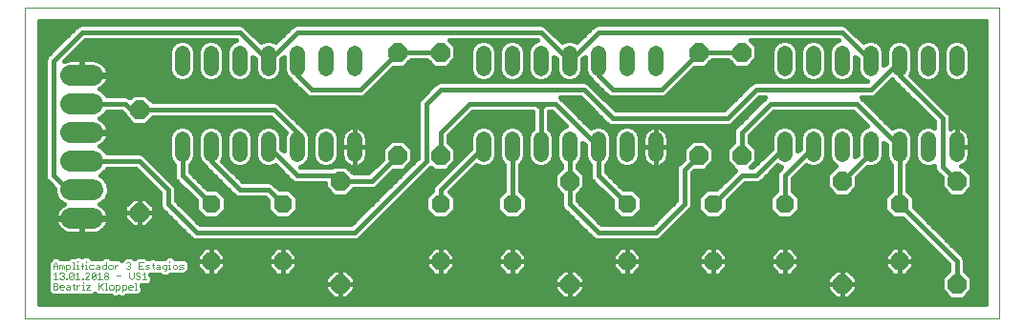
<source format=gtl>
G75*
%MOMM*%
%OFA0B0*%
%FSLAX33Y33*%
%IPPOS*%
%LPD*%
%AMOC8*
5,1,8,0,0,1.08239X$1,22.5*
%
%ADD10C,0.000*%
%ADD11C,0.051*%
%ADD12C,1.321*%
%ADD13OC8,1.600*%
%ADD14OC8,1.676*%
%ADD15C,1.880*%
%ADD16C,0.406*%
D10*
X00254Y00254D02*
X00254Y27864D01*
X86594Y27864D01*
X86594Y00254D01*
X00254Y00254D01*
D11*
X08339Y02633D02*
X08339Y03192D01*
X08619Y03192D01*
X08712Y03099D01*
X08712Y02913D01*
X08619Y02819D01*
X08339Y02819D01*
X08150Y02913D02*
X08150Y03099D01*
X08057Y03192D01*
X07871Y03192D01*
X07778Y03099D01*
X07778Y02913D01*
X07871Y02819D01*
X08057Y02819D01*
X08150Y02913D01*
X07590Y02819D02*
X07403Y02819D01*
X07497Y02819D02*
X07497Y03379D01*
X07403Y03379D01*
X07215Y03379D02*
X06842Y03006D01*
X06935Y03099D02*
X07215Y02819D01*
X06842Y02819D02*
X06842Y03379D01*
X06935Y03734D02*
X06935Y04293D01*
X06749Y04107D01*
X06560Y04200D02*
X06187Y03827D01*
X06280Y03734D01*
X06467Y03734D01*
X06560Y03827D01*
X06560Y04200D01*
X06467Y04293D01*
X06280Y04293D01*
X06187Y04200D01*
X06187Y03827D01*
X05999Y03734D02*
X05626Y03734D01*
X05999Y04107D01*
X05999Y04200D01*
X05906Y04293D01*
X05719Y04293D01*
X05626Y04200D01*
X05439Y03827D02*
X05439Y03734D01*
X05345Y03734D01*
X05345Y03827D01*
X05439Y03827D01*
X05157Y03734D02*
X04784Y03734D01*
X04970Y03734D02*
X04970Y04293D01*
X04784Y04107D01*
X04596Y04200D02*
X04223Y03827D01*
X04316Y03734D01*
X04502Y03734D01*
X04596Y03827D01*
X04596Y04200D01*
X04502Y04293D01*
X04316Y04293D01*
X04223Y04200D01*
X04223Y03827D01*
X04035Y03827D02*
X04035Y03734D01*
X03942Y03734D01*
X03942Y03827D01*
X04035Y03827D01*
X03754Y03827D02*
X03660Y03734D01*
X03474Y03734D01*
X03381Y03827D01*
X03192Y03734D02*
X02819Y03734D01*
X03006Y03734D02*
X03006Y04293D01*
X02819Y04107D01*
X03381Y04200D02*
X03474Y04293D01*
X03660Y04293D01*
X03754Y04200D01*
X03754Y04107D01*
X03660Y04013D01*
X03754Y03920D01*
X03754Y03827D01*
X03660Y04013D02*
X03567Y04013D01*
X03942Y04462D02*
X03942Y05021D01*
X04222Y05021D01*
X04315Y04928D01*
X04315Y04741D01*
X04222Y04648D01*
X03942Y04648D01*
X03754Y04648D02*
X03754Y04928D01*
X03660Y05021D01*
X03567Y04928D01*
X03567Y04648D01*
X03381Y04648D02*
X03381Y05021D01*
X03474Y05021D01*
X03567Y04928D01*
X03192Y04928D02*
X02819Y04928D01*
X02819Y05021D02*
X03006Y05207D01*
X03192Y05021D01*
X03192Y04648D01*
X02819Y04648D02*
X02819Y05021D01*
X04503Y05207D02*
X04597Y05207D01*
X04597Y04648D01*
X04690Y04648D02*
X04503Y04648D01*
X04878Y04648D02*
X05064Y04648D01*
X04971Y04648D02*
X04971Y05021D01*
X04878Y05021D01*
X04971Y05207D02*
X04971Y05301D01*
X05345Y05114D02*
X05438Y05207D01*
X05345Y05114D02*
X05345Y04648D01*
X05626Y04648D02*
X05812Y04648D01*
X05719Y04648D02*
X05719Y05021D01*
X05626Y05021D01*
X05719Y05207D02*
X05719Y05301D01*
X05438Y04928D02*
X05252Y04928D01*
X06000Y04928D02*
X06000Y04741D01*
X06093Y04648D01*
X06373Y04648D01*
X06561Y04741D02*
X06655Y04835D01*
X06934Y04835D01*
X06934Y04928D02*
X06934Y04648D01*
X06655Y04648D01*
X06561Y04741D01*
X06655Y05021D02*
X06841Y05021D01*
X06934Y04928D01*
X07123Y04928D02*
X07123Y04741D01*
X07216Y04648D01*
X07496Y04648D01*
X07496Y05207D01*
X07496Y05021D02*
X07216Y05021D01*
X07123Y04928D01*
X07684Y04928D02*
X07684Y04741D01*
X07777Y04648D01*
X07964Y04648D01*
X08057Y04741D01*
X08057Y04928D01*
X07964Y05021D01*
X07777Y05021D01*
X07684Y04928D01*
X08245Y05021D02*
X08245Y04648D01*
X08245Y04835D02*
X08432Y05021D01*
X08525Y05021D01*
X09274Y05114D02*
X09368Y05207D01*
X09554Y05207D01*
X09647Y05114D01*
X09647Y05021D01*
X09554Y04928D01*
X09647Y04835D01*
X09647Y04741D01*
X09554Y04648D01*
X09368Y04648D01*
X09274Y04741D01*
X09461Y04928D02*
X09554Y04928D01*
X10397Y04928D02*
X10584Y04928D01*
X10770Y05207D02*
X10397Y05207D01*
X10397Y04648D01*
X10770Y04648D01*
X10958Y04648D02*
X11238Y04648D01*
X11331Y04741D01*
X11238Y04835D01*
X11052Y04835D01*
X10958Y04928D01*
X11052Y05021D01*
X11331Y05021D01*
X11520Y05021D02*
X11706Y05021D01*
X11613Y05114D02*
X11613Y04741D01*
X11706Y04648D01*
X11894Y04741D02*
X11987Y04835D01*
X12267Y04835D01*
X12267Y04928D02*
X12267Y04648D01*
X11987Y04648D01*
X11894Y04741D01*
X11987Y05021D02*
X12174Y05021D01*
X12267Y04928D01*
X12455Y04928D02*
X12455Y04741D01*
X12548Y04648D01*
X12828Y04648D01*
X12828Y04555D02*
X12828Y05021D01*
X12548Y05021D01*
X12455Y04928D01*
X12828Y04555D02*
X12735Y04462D01*
X12642Y04462D01*
X13017Y04648D02*
X13203Y04648D01*
X13110Y04648D02*
X13110Y05021D01*
X13017Y05021D01*
X13110Y05207D02*
X13110Y05301D01*
X13391Y04928D02*
X13391Y04741D01*
X13484Y04648D01*
X13670Y04648D01*
X13764Y04741D01*
X13764Y04928D01*
X13670Y05021D01*
X13484Y05021D01*
X13391Y04928D01*
X13952Y04928D02*
X14045Y05021D01*
X14325Y05021D01*
X14232Y04835D02*
X14045Y04835D01*
X13952Y04928D01*
X13952Y04648D02*
X14232Y04648D01*
X14325Y04741D01*
X14232Y04835D01*
X11051Y03734D02*
X10678Y03734D01*
X10864Y03734D02*
X10864Y04293D01*
X10678Y04107D01*
X10489Y04200D02*
X10396Y04293D01*
X10210Y04293D01*
X10116Y04200D01*
X10116Y04107D01*
X10210Y04013D01*
X10396Y04013D01*
X10489Y03920D01*
X10489Y03827D01*
X10396Y03734D01*
X10210Y03734D01*
X10116Y03827D01*
X09928Y03920D02*
X09928Y04293D01*
X09555Y04293D02*
X09555Y03920D01*
X09742Y03734D01*
X09928Y03920D01*
X10023Y03379D02*
X10116Y03379D01*
X10116Y02819D01*
X10023Y02819D02*
X10209Y02819D01*
X09834Y03006D02*
X09462Y03006D01*
X09462Y02913D02*
X09462Y03099D01*
X09555Y03192D01*
X09741Y03192D01*
X09834Y03099D01*
X09834Y03006D01*
X09741Y02819D02*
X09555Y02819D01*
X09462Y02913D01*
X09273Y02913D02*
X09180Y02819D01*
X08900Y02819D01*
X08900Y02633D02*
X08900Y03192D01*
X09180Y03192D01*
X09273Y03099D01*
X09273Y02913D01*
X07683Y03827D02*
X07590Y03734D01*
X07403Y03734D01*
X07310Y03827D01*
X07310Y03920D01*
X07403Y04013D01*
X07590Y04013D01*
X07683Y03920D01*
X07683Y03827D01*
X07590Y04013D02*
X07683Y04107D01*
X07683Y04200D01*
X07590Y04293D01*
X07403Y04293D01*
X07310Y04200D01*
X07310Y04107D01*
X07403Y04013D01*
X07121Y03734D02*
X06749Y03734D01*
X05439Y03472D02*
X05439Y03379D01*
X05439Y03192D02*
X05439Y02819D01*
X05532Y02819D02*
X05345Y02819D01*
X05345Y03192D02*
X05439Y03192D01*
X05719Y03192D02*
X06092Y03192D01*
X05719Y02819D01*
X06092Y02819D01*
X05157Y03192D02*
X05064Y03192D01*
X04878Y03006D01*
X04878Y03192D02*
X04878Y02819D01*
X04690Y02819D02*
X04597Y02913D01*
X04597Y03285D01*
X04690Y03192D02*
X04503Y03192D01*
X04315Y03099D02*
X04315Y02819D01*
X04035Y02819D01*
X03942Y02913D01*
X04035Y03006D01*
X04315Y03006D01*
X04315Y03099D02*
X04222Y03192D01*
X04035Y03192D01*
X03754Y03099D02*
X03754Y03006D01*
X03381Y03006D01*
X03381Y02913D02*
X03381Y03099D01*
X03474Y03192D01*
X03660Y03192D01*
X03754Y03099D01*
X03660Y02819D02*
X03474Y02819D01*
X03381Y02913D01*
X03192Y02913D02*
X03099Y02819D01*
X02819Y02819D01*
X02819Y03379D01*
X03099Y03379D01*
X03192Y03285D01*
X03192Y03192D01*
X03099Y03099D01*
X02819Y03099D01*
X03099Y03099D02*
X03192Y03006D01*
X03192Y02913D01*
X08432Y04013D02*
X08805Y04013D01*
X06373Y05021D02*
X06093Y05021D01*
X06000Y04928D01*
D12*
X14224Y14834D02*
X14224Y16154D01*
X16764Y16154D02*
X16764Y14834D01*
X19304Y14834D02*
X19304Y16154D01*
X21844Y16154D02*
X21844Y14834D01*
X24384Y14834D02*
X24384Y16154D01*
X26924Y16154D02*
X26924Y14834D01*
X29464Y14834D02*
X29464Y16154D01*
X40894Y16154D02*
X40894Y14834D01*
X43434Y14834D02*
X43434Y16154D01*
X45974Y16154D02*
X45974Y14834D01*
X48514Y14834D02*
X48514Y16154D01*
X51054Y16154D02*
X51054Y14834D01*
X53594Y14834D02*
X53594Y16154D01*
X56134Y16154D02*
X56134Y14834D01*
X67564Y14834D02*
X67564Y16154D01*
X70104Y16154D02*
X70104Y14834D01*
X72644Y14834D02*
X72644Y16154D01*
X75184Y16154D02*
X75184Y14834D01*
X77724Y14834D02*
X77724Y16154D01*
X80264Y16154D02*
X80264Y14834D01*
X82804Y14834D02*
X82804Y16154D01*
X82804Y22454D02*
X82804Y23774D01*
X80264Y23774D02*
X80264Y22454D01*
X77724Y22454D02*
X77724Y23774D01*
X75184Y23774D02*
X75184Y22454D01*
X72644Y22454D02*
X72644Y23774D01*
X70104Y23774D02*
X70104Y22454D01*
X67564Y22454D02*
X67564Y23774D01*
X56134Y23774D02*
X56134Y22454D01*
X53594Y22454D02*
X53594Y23774D01*
X51054Y23774D02*
X51054Y22454D01*
X48514Y22454D02*
X48514Y23774D01*
X45974Y23774D02*
X45974Y22454D01*
X43434Y22454D02*
X43434Y23774D01*
X40894Y23774D02*
X40894Y22454D01*
X29464Y22454D02*
X29464Y23774D01*
X26924Y23774D02*
X26924Y22454D01*
X24384Y22454D02*
X24384Y23774D01*
X21844Y23774D02*
X21844Y22454D01*
X19304Y22454D02*
X19304Y23774D01*
X16764Y23774D02*
X16764Y22454D01*
X14224Y22454D02*
X14224Y23774D01*
D13*
X16764Y10414D03*
X23114Y10414D03*
X37084Y10414D03*
X43434Y10414D03*
X53594Y10414D03*
X61214Y10414D03*
X67564Y10414D03*
X77724Y10414D03*
X77724Y05334D03*
X67564Y05334D03*
X61214Y05334D03*
X53594Y05334D03*
X43434Y05334D03*
X37084Y05334D03*
X23114Y05334D03*
X16764Y05334D03*
D14*
X28194Y03302D03*
X10414Y09652D03*
X28194Y12446D03*
X33274Y14732D03*
X37084Y14732D03*
X48514Y12446D03*
X59944Y14732D03*
X63754Y14732D03*
X72644Y12446D03*
X82804Y12446D03*
X82804Y03302D03*
X72644Y03302D03*
X48514Y03302D03*
X10414Y18796D03*
X33274Y23876D03*
X37084Y23876D03*
X59944Y23876D03*
X63754Y23876D03*
D15*
X06274Y21844D02*
X04394Y21844D01*
X04394Y19304D02*
X06274Y19304D01*
X06274Y16764D02*
X04394Y16764D01*
X04394Y14224D02*
X06274Y14224D01*
X06274Y11684D02*
X04394Y11684D01*
X04394Y09144D02*
X06274Y09144D01*
D16*
X05410Y09217D02*
X09119Y09217D01*
X09119Y09115D02*
X09877Y08357D01*
X10414Y08357D01*
X10951Y08357D01*
X11709Y09115D01*
X11709Y09652D01*
X11709Y10189D01*
X10951Y10947D01*
X10414Y10947D01*
X09877Y10947D01*
X09119Y10189D01*
X09119Y09652D01*
X09119Y09115D01*
X09422Y08812D02*
X07635Y08812D01*
X07636Y08817D02*
X07671Y09034D01*
X07671Y09068D01*
X05410Y09068D01*
X05410Y07747D01*
X06384Y07747D01*
X06601Y07781D01*
X06810Y07849D01*
X07006Y07949D01*
X07184Y08078D01*
X07339Y08234D01*
X07469Y08412D01*
X07568Y08608D01*
X07636Y08817D01*
X07671Y09220D02*
X07671Y09254D01*
X07636Y09471D01*
X07568Y09680D01*
X07469Y09876D01*
X07339Y10054D01*
X07184Y10210D01*
X07006Y10339D01*
X06918Y10384D01*
X07094Y10457D01*
X07501Y10864D01*
X07722Y11396D01*
X07722Y11972D01*
X07501Y12504D01*
X07094Y12911D01*
X06991Y12954D01*
X07094Y12997D01*
X07501Y13404D01*
X07546Y13513D01*
X10119Y13513D01*
X12243Y11389D01*
X12243Y10273D01*
X12351Y10011D01*
X14891Y07471D01*
X15091Y07271D01*
X15353Y07163D01*
X29605Y07163D01*
X29867Y07271D01*
X36217Y13621D01*
X36254Y13658D01*
X36526Y13386D01*
X37642Y13386D01*
X38430Y14174D01*
X38430Y15290D01*
X37795Y15925D01*
X37795Y16469D01*
X39919Y18593D01*
X45263Y18593D01*
X45263Y17096D01*
X44983Y16816D01*
X44806Y16387D01*
X44806Y14601D01*
X44983Y14172D01*
X45312Y13843D01*
X45742Y13665D01*
X46206Y13665D01*
X46636Y13843D01*
X46965Y14172D01*
X47142Y14601D01*
X47142Y16387D01*
X46965Y16816D01*
X46685Y17096D01*
X46685Y18593D01*
X46949Y18593D01*
X48238Y17305D01*
X47852Y17145D01*
X47523Y16816D01*
X47346Y16387D01*
X47346Y14601D01*
X47523Y14172D01*
X47803Y13892D01*
X47803Y13639D01*
X47168Y13004D01*
X47168Y11888D01*
X47803Y11253D01*
X47803Y10273D01*
X47911Y10011D01*
X50451Y07471D01*
X50651Y07271D01*
X50913Y07163D01*
X56275Y07163D01*
X56537Y07271D01*
X59077Y09811D01*
X59277Y10011D01*
X59385Y10273D01*
X59385Y13167D01*
X59604Y13386D01*
X60502Y13386D01*
X61290Y14174D01*
X61290Y15290D01*
X60502Y16078D01*
X59386Y16078D01*
X58598Y15290D01*
X58598Y14392D01*
X58071Y13865D01*
X57963Y13603D01*
X57963Y10709D01*
X55839Y08585D01*
X51349Y08585D01*
X49225Y10709D01*
X49225Y11253D01*
X49860Y11888D01*
X49860Y13004D01*
X49225Y13639D01*
X49225Y13892D01*
X49505Y14172D01*
X49682Y14601D01*
X49682Y15860D01*
X49886Y15657D01*
X49886Y14601D01*
X50063Y14172D01*
X50343Y13892D01*
X50343Y12813D01*
X50451Y12551D01*
X52286Y10716D01*
X52286Y09872D01*
X53052Y09106D01*
X54136Y09106D01*
X54902Y09872D01*
X54902Y10956D01*
X54136Y11722D01*
X53292Y11722D01*
X51765Y13249D01*
X51765Y13892D01*
X52045Y14172D01*
X52222Y14601D01*
X52222Y16387D01*
X52045Y16816D01*
X51716Y17145D01*
X51286Y17323D01*
X50822Y17323D01*
X50404Y17150D01*
X47691Y19863D01*
X49489Y19863D01*
X51721Y17631D01*
X51921Y17431D01*
X52183Y17323D01*
X62625Y17323D01*
X62887Y17431D01*
X65319Y19863D01*
X65847Y19863D01*
X65691Y19707D01*
X63151Y17167D01*
X63043Y16905D01*
X63043Y15925D01*
X62408Y15290D01*
X62408Y14174D01*
X63188Y13394D01*
X61516Y11722D01*
X60672Y11722D01*
X59906Y10956D01*
X59906Y09872D01*
X60672Y09106D01*
X61756Y09106D01*
X62522Y09872D01*
X62522Y10716D01*
X64049Y12243D01*
X65165Y12243D01*
X65427Y12351D01*
X65627Y12551D01*
X66914Y13838D01*
X67288Y13683D01*
X67161Y13557D01*
X66961Y13357D01*
X66853Y13095D01*
X66853Y11553D01*
X66256Y10956D01*
X66256Y09872D01*
X67022Y09106D01*
X68106Y09106D01*
X68872Y09872D01*
X68872Y10956D01*
X68275Y11553D01*
X68275Y12659D01*
X69454Y13838D01*
X69872Y13665D01*
X70336Y13665D01*
X70766Y13843D01*
X71095Y14172D01*
X71272Y14601D01*
X71272Y16387D01*
X71095Y16816D01*
X70766Y17145D01*
X70336Y17323D01*
X69872Y17323D01*
X69442Y17145D01*
X69113Y16816D01*
X68936Y16387D01*
X68936Y15331D01*
X68732Y15128D01*
X68732Y16387D01*
X68555Y16816D01*
X68226Y17145D01*
X67796Y17323D01*
X67332Y17323D01*
X66902Y17145D01*
X66573Y16816D01*
X66396Y16387D01*
X66396Y15331D01*
X64729Y13665D01*
X64591Y13665D01*
X65100Y14174D01*
X65100Y15290D01*
X64465Y15925D01*
X64465Y16469D01*
X66589Y18593D01*
X73619Y18593D01*
X74908Y17305D01*
X74522Y17145D01*
X74193Y16816D01*
X74016Y16387D01*
X74016Y14823D01*
X73812Y14620D01*
X73812Y16387D01*
X73635Y16816D01*
X73306Y17145D01*
X72876Y17323D01*
X72412Y17323D01*
X71982Y17145D01*
X71653Y16816D01*
X71476Y16387D01*
X71476Y14601D01*
X71653Y14172D01*
X71982Y13843D01*
X72105Y13792D01*
X72086Y13792D01*
X71298Y13004D01*
X71298Y11888D01*
X72086Y11100D01*
X73202Y11100D01*
X73990Y11888D01*
X73990Y12786D01*
X74893Y13689D01*
X74952Y13665D01*
X75416Y13665D01*
X75846Y13843D01*
X76175Y14172D01*
X76352Y14601D01*
X76352Y15860D01*
X76556Y15657D01*
X76556Y14601D01*
X76733Y14172D01*
X77013Y13892D01*
X77013Y11553D01*
X76416Y10956D01*
X76416Y09872D01*
X77182Y09106D01*
X78026Y09106D01*
X82093Y05039D01*
X82093Y04495D01*
X81458Y03860D01*
X81458Y02744D01*
X82246Y01956D01*
X83362Y01956D01*
X84150Y02744D01*
X84150Y03860D01*
X83515Y04495D01*
X83515Y05475D01*
X83407Y05737D01*
X79032Y10112D01*
X79032Y10956D01*
X78435Y11553D01*
X78435Y13892D01*
X78715Y14172D01*
X78892Y14601D01*
X78892Y16387D01*
X78715Y16816D01*
X78386Y17145D01*
X77956Y17323D01*
X77492Y17323D01*
X77074Y17150D01*
X74361Y19863D01*
X75325Y19863D01*
X75587Y19971D01*
X77074Y21458D01*
X77125Y21437D01*
X80823Y17739D01*
X80823Y17188D01*
X80496Y17323D01*
X80032Y17323D01*
X79602Y17145D01*
X79273Y16816D01*
X79096Y16387D01*
X79096Y14601D01*
X79273Y14172D01*
X79602Y13843D01*
X80032Y13665D01*
X80496Y13665D01*
X80823Y13800D01*
X80823Y13575D01*
X80931Y13313D01*
X81458Y12786D01*
X81458Y11888D01*
X82246Y11100D01*
X83362Y11100D01*
X84150Y11888D01*
X84150Y13004D01*
X83362Y13792D01*
X83216Y13792D01*
X83233Y13798D01*
X83390Y13878D01*
X83532Y13981D01*
X83656Y14106D01*
X83760Y14248D01*
X83840Y14405D01*
X83894Y14572D01*
X83922Y14746D01*
X83922Y15494D01*
X83922Y16242D01*
X83894Y16416D01*
X83840Y16583D01*
X83760Y16740D01*
X83656Y16882D01*
X83532Y17007D01*
X83390Y17110D01*
X83233Y17190D01*
X83066Y17244D01*
X82892Y17272D01*
X82804Y17272D01*
X82804Y15494D01*
X82804Y15494D01*
X83922Y15494D01*
X82804Y15494D01*
X82804Y15494D01*
X82804Y17272D01*
X82716Y17272D01*
X82542Y17244D01*
X82375Y17190D01*
X82245Y17124D01*
X82245Y18175D01*
X82137Y18437D01*
X81937Y18637D01*
X78734Y21839D01*
X78892Y22221D01*
X78892Y24007D01*
X78715Y24436D01*
X78386Y24765D01*
X77956Y24943D01*
X77492Y24943D01*
X77062Y24765D01*
X76733Y24436D01*
X76556Y24007D01*
X76556Y22951D01*
X76352Y22748D01*
X76352Y24007D01*
X76175Y24436D01*
X75846Y24765D01*
X75416Y24943D01*
X74952Y24943D01*
X74534Y24770D01*
X73047Y26257D01*
X72785Y26365D01*
X50913Y26365D01*
X50651Y26257D01*
X50451Y26057D01*
X49164Y24770D01*
X48746Y24943D01*
X48282Y24943D01*
X47864Y24770D01*
X46377Y26257D01*
X46115Y26365D01*
X24243Y26365D01*
X23981Y26257D01*
X23781Y26057D01*
X22494Y24770D01*
X22076Y24943D01*
X21612Y24943D01*
X21194Y24770D01*
X19707Y26257D01*
X19445Y26365D01*
X05193Y26365D01*
X04931Y26257D01*
X04731Y26057D01*
X02191Y23517D01*
X02083Y23255D01*
X02083Y12813D01*
X02191Y12551D01*
X02391Y12351D01*
X02946Y11796D01*
X02946Y11396D01*
X03167Y10864D01*
X03574Y10457D01*
X03750Y10384D01*
X03662Y10339D01*
X03484Y10210D01*
X03329Y10054D01*
X03199Y09876D01*
X03100Y09680D01*
X03032Y09471D01*
X02997Y09254D01*
X02997Y09220D01*
X05258Y09220D01*
X05258Y09068D01*
X05410Y09068D01*
X05410Y09220D01*
X07671Y09220D01*
X07587Y09622D02*
X09119Y09622D01*
X09119Y09652D02*
X10414Y09652D01*
X10414Y09652D01*
X10414Y10947D01*
X10414Y09652D01*
X11709Y09652D01*
X10414Y09652D01*
X10414Y09652D01*
X10414Y09652D01*
X09119Y09652D01*
X09119Y10027D02*
X07359Y10027D01*
X07034Y10432D02*
X09362Y10432D01*
X09767Y10837D02*
X07474Y10837D01*
X07658Y11242D02*
X12243Y11242D01*
X12243Y10837D02*
X11061Y10837D01*
X11466Y10432D02*
X12243Y10432D01*
X12954Y10414D02*
X15494Y07874D01*
X29464Y07874D01*
X35814Y14224D01*
X35814Y19304D01*
X37084Y20574D01*
X49784Y20574D01*
X52324Y18034D01*
X62484Y18034D01*
X65024Y20574D01*
X75184Y20574D01*
X77724Y23114D01*
X77724Y21844D01*
X81534Y18034D01*
X81534Y13716D01*
X82804Y12446D01*
X84150Y12456D02*
X85344Y12456D01*
X85344Y12861D02*
X84150Y12861D01*
X83888Y13266D02*
X85344Y13266D01*
X85344Y13671D02*
X83483Y13671D01*
X83627Y14076D02*
X85344Y14076D01*
X85344Y14481D02*
X83864Y14481D01*
X83922Y14886D02*
X85344Y14886D01*
X85344Y15291D02*
X83922Y15291D01*
X83922Y15695D02*
X85344Y15695D01*
X85344Y16100D02*
X83922Y16100D01*
X83865Y16505D02*
X85344Y16505D01*
X85344Y16910D02*
X83629Y16910D01*
X82804Y16910D02*
X82804Y16910D01*
X82245Y17315D02*
X85344Y17315D01*
X85344Y17720D02*
X82245Y17720D01*
X82245Y18125D02*
X85344Y18125D01*
X85344Y18530D02*
X82044Y18530D01*
X81639Y18935D02*
X85344Y18935D01*
X85344Y19340D02*
X81234Y19340D01*
X80829Y19745D02*
X85344Y19745D01*
X85344Y20149D02*
X80424Y20149D01*
X80019Y20554D02*
X85344Y20554D01*
X85344Y20959D02*
X79615Y20959D01*
X79841Y21364D02*
X79210Y21364D01*
X79602Y21463D02*
X80032Y21285D01*
X80496Y21285D01*
X80926Y21463D01*
X81255Y21792D01*
X81432Y22221D01*
X81432Y24007D01*
X81255Y24436D01*
X80926Y24765D01*
X80496Y24943D01*
X80032Y24943D01*
X79602Y24765D01*
X79273Y24436D01*
X79096Y24007D01*
X79096Y22221D01*
X79273Y21792D01*
X79602Y21463D01*
X79296Y21769D02*
X78805Y21769D01*
X78873Y22174D02*
X79115Y22174D01*
X79096Y22579D02*
X78892Y22579D01*
X78892Y22984D02*
X79096Y22984D01*
X79096Y23389D02*
X78892Y23389D01*
X78892Y23793D02*
X79096Y23793D01*
X79175Y24198D02*
X78813Y24198D01*
X78547Y24603D02*
X79441Y24603D01*
X81087Y24603D02*
X81981Y24603D01*
X82142Y24765D02*
X81813Y24436D01*
X81636Y24007D01*
X81636Y22221D01*
X81813Y21792D01*
X82142Y21463D01*
X82572Y21285D01*
X83036Y21285D01*
X83466Y21463D01*
X83795Y21792D01*
X83972Y22221D01*
X83972Y24007D01*
X83795Y24436D01*
X83466Y24765D01*
X83036Y24943D01*
X82572Y24943D01*
X82142Y24765D01*
X81715Y24198D02*
X81353Y24198D01*
X81432Y23793D02*
X81636Y23793D01*
X81636Y23389D02*
X81432Y23389D01*
X81432Y22984D02*
X81636Y22984D01*
X81636Y22579D02*
X81432Y22579D01*
X81413Y22174D02*
X81655Y22174D01*
X81836Y21769D02*
X81232Y21769D01*
X80687Y21364D02*
X82381Y21364D01*
X83227Y21364D02*
X85344Y21364D01*
X85344Y21769D02*
X83772Y21769D01*
X83953Y22174D02*
X85344Y22174D01*
X85344Y22579D02*
X83972Y22579D01*
X83972Y22984D02*
X85344Y22984D01*
X85344Y23389D02*
X83972Y23389D01*
X83972Y23793D02*
X85344Y23793D01*
X85344Y24198D02*
X83893Y24198D01*
X83627Y24603D02*
X85344Y24603D01*
X85344Y25008D02*
X74296Y25008D01*
X73891Y25413D02*
X85344Y25413D01*
X85344Y25818D02*
X73486Y25818D01*
X72644Y25654D02*
X75184Y23114D01*
X76352Y22984D02*
X76556Y22984D01*
X76556Y23389D02*
X76352Y23389D01*
X76352Y23793D02*
X76556Y23793D01*
X76635Y24198D02*
X76273Y24198D01*
X76007Y24603D02*
X76901Y24603D01*
X74016Y23277D02*
X73812Y23480D01*
X73812Y22221D01*
X73635Y21792D01*
X73306Y21463D01*
X72876Y21285D01*
X72412Y21285D01*
X71982Y21463D01*
X71653Y21792D01*
X71476Y22221D01*
X71476Y24007D01*
X71653Y24436D01*
X71982Y24765D01*
X72368Y24925D01*
X72349Y24943D01*
X64591Y24943D01*
X65100Y24434D01*
X65100Y23318D01*
X64312Y22530D01*
X63196Y22530D01*
X62561Y23165D01*
X61137Y23165D01*
X60502Y22530D01*
X59604Y22530D01*
X57045Y19971D01*
X56783Y19863D01*
X52183Y19863D01*
X51921Y19971D01*
X51721Y20171D01*
X51721Y20171D01*
X50455Y21437D01*
X50392Y21463D01*
X50063Y21792D01*
X49886Y22221D01*
X49886Y23480D01*
X49682Y23277D01*
X49682Y22221D01*
X49505Y21792D01*
X49176Y21463D01*
X48746Y21285D01*
X48282Y21285D01*
X47852Y21463D01*
X47523Y21792D01*
X47346Y22221D01*
X47346Y23277D01*
X47142Y23480D01*
X47142Y22221D01*
X46965Y21792D01*
X46636Y21463D01*
X46206Y21285D01*
X45742Y21285D01*
X45312Y21463D01*
X44983Y21792D01*
X44806Y22221D01*
X44806Y24007D01*
X44983Y24436D01*
X45312Y24765D01*
X45698Y24925D01*
X45679Y24943D01*
X37921Y24943D01*
X38430Y24434D01*
X38430Y23318D01*
X37642Y22530D01*
X36526Y22530D01*
X35891Y23165D01*
X34467Y23165D01*
X33832Y22530D01*
X32934Y22530D01*
X30375Y19971D01*
X30113Y19863D01*
X25513Y19863D01*
X25251Y19971D01*
X23785Y21437D01*
X23722Y21463D01*
X23393Y21792D01*
X23216Y22221D01*
X23216Y23480D01*
X23012Y23277D01*
X23012Y22221D01*
X22835Y21792D01*
X22506Y21463D01*
X22076Y21285D01*
X21612Y21285D01*
X21182Y21463D01*
X20853Y21792D01*
X20676Y22221D01*
X20676Y23277D01*
X20472Y23480D01*
X20472Y22221D01*
X20295Y21792D01*
X19966Y21463D01*
X19536Y21285D01*
X19072Y21285D01*
X18642Y21463D01*
X18313Y21792D01*
X18136Y22221D01*
X18136Y24007D01*
X18313Y24436D01*
X18642Y24765D01*
X19028Y24925D01*
X19009Y24943D01*
X05629Y24943D01*
X03790Y23104D01*
X03858Y23139D01*
X04067Y23207D01*
X04284Y23241D01*
X05258Y23241D01*
X05258Y21920D01*
X05410Y21920D01*
X05410Y23241D01*
X06384Y23241D01*
X06601Y23207D01*
X06810Y23139D01*
X07006Y23039D01*
X07184Y22910D01*
X07339Y22754D01*
X07469Y22576D01*
X07568Y22380D01*
X07636Y22171D01*
X07671Y21954D01*
X07671Y21920D01*
X05410Y21920D01*
X05410Y21768D01*
X07671Y21768D01*
X07671Y21734D01*
X07636Y21517D01*
X07568Y21308D01*
X07469Y21112D01*
X07339Y20934D01*
X07184Y20778D01*
X07006Y20649D01*
X06918Y20604D01*
X07094Y20531D01*
X07501Y20124D01*
X07546Y20015D01*
X09285Y20015D01*
X09547Y19907D01*
X09584Y19870D01*
X09856Y20142D01*
X10972Y20142D01*
X11607Y19507D01*
X22493Y19507D01*
X22755Y19399D01*
X24983Y17171D01*
X25046Y17145D01*
X25375Y16816D01*
X25552Y16387D01*
X25552Y14601D01*
X25375Y14172D01*
X25046Y13843D01*
X24660Y13683D01*
X24679Y13665D01*
X27509Y13665D01*
X27636Y13792D01*
X28752Y13792D01*
X29387Y13157D01*
X30693Y13157D01*
X31928Y14392D01*
X31928Y15290D01*
X32716Y16078D01*
X33832Y16078D01*
X34620Y15290D01*
X34620Y14174D01*
X33832Y13386D01*
X32934Y13386D01*
X31391Y11843D01*
X31129Y11735D01*
X29387Y11735D01*
X28752Y11100D01*
X27636Y11100D01*
X26848Y11888D01*
X26848Y12243D01*
X24243Y12243D01*
X23981Y12351D01*
X23781Y12551D01*
X22494Y13838D01*
X22076Y13665D01*
X21612Y13665D01*
X21182Y13843D01*
X20853Y14172D01*
X20676Y14601D01*
X20676Y16387D01*
X20853Y16816D01*
X21182Y17145D01*
X21612Y17323D01*
X22076Y17323D01*
X22506Y17145D01*
X22835Y16816D01*
X23012Y16387D01*
X23012Y15331D01*
X23216Y15128D01*
X23216Y16387D01*
X23374Y16769D01*
X22057Y18085D01*
X11607Y18085D01*
X10972Y17450D01*
X09856Y17450D01*
X09068Y18238D01*
X09068Y18374D01*
X08849Y18593D01*
X07546Y18593D01*
X07501Y18484D01*
X07094Y18077D01*
X06918Y18004D01*
X07006Y17959D01*
X07184Y17830D01*
X07339Y17674D01*
X07469Y17496D01*
X07568Y17300D01*
X07636Y17091D01*
X07671Y16874D01*
X07671Y16840D01*
X05410Y16840D01*
X05410Y16688D01*
X07671Y16688D01*
X07671Y16654D01*
X07636Y16437D01*
X07568Y16228D01*
X07469Y16032D01*
X07339Y15854D01*
X07184Y15698D01*
X07006Y15569D01*
X06918Y15524D01*
X07094Y15451D01*
X07501Y15044D01*
X07546Y14935D01*
X10555Y14935D01*
X10817Y14827D01*
X13357Y12287D01*
X13557Y12087D01*
X13665Y11825D01*
X13665Y10709D01*
X15789Y08585D01*
X29169Y08585D01*
X35103Y14519D01*
X35103Y19445D01*
X35211Y19707D01*
X35411Y19907D01*
X35411Y19907D01*
X36481Y20977D01*
X36681Y21177D01*
X36943Y21285D01*
X49925Y21285D01*
X50187Y21177D01*
X52619Y18745D01*
X62189Y18745D01*
X64421Y20977D01*
X64621Y21177D01*
X64883Y21285D01*
X74889Y21285D01*
X74908Y21303D01*
X74522Y21463D01*
X74193Y21792D01*
X74016Y22221D01*
X74016Y23277D01*
X73904Y23389D02*
X73812Y23389D01*
X73812Y22984D02*
X74016Y22984D01*
X74016Y22579D02*
X73812Y22579D01*
X73793Y22174D02*
X74035Y22174D01*
X74216Y21769D02*
X73612Y21769D01*
X73067Y21364D02*
X74761Y21364D01*
X76170Y20554D02*
X78008Y20554D01*
X77603Y20959D02*
X76575Y20959D01*
X76980Y21364D02*
X77198Y21364D01*
X78413Y20149D02*
X75765Y20149D01*
X74479Y19745D02*
X78818Y19745D01*
X79223Y19340D02*
X74884Y19340D01*
X75289Y18935D02*
X79628Y18935D01*
X80032Y18530D02*
X75694Y18530D01*
X76099Y18125D02*
X80437Y18125D01*
X80823Y17720D02*
X76504Y17720D01*
X76909Y17315D02*
X77473Y17315D01*
X77975Y17315D02*
X80013Y17315D01*
X80515Y17315D02*
X80823Y17315D01*
X79367Y16910D02*
X78621Y16910D01*
X78843Y16505D02*
X79145Y16505D01*
X79096Y16100D02*
X78892Y16100D01*
X78892Y15695D02*
X79096Y15695D01*
X79096Y15291D02*
X78892Y15291D01*
X77724Y15494D02*
X73914Y19304D01*
X66294Y19304D01*
X63754Y16764D01*
X63754Y14732D01*
X65100Y14886D02*
X65950Y14886D01*
X65545Y14481D02*
X65100Y14481D01*
X65140Y14076D02*
X65002Y14076D01*
X64735Y13671D02*
X64597Y13671D01*
X65024Y12954D02*
X63754Y12954D01*
X61214Y10414D01*
X62522Y10432D02*
X66256Y10432D01*
X66256Y10837D02*
X62642Y10837D01*
X63047Y11242D02*
X66542Y11242D01*
X66853Y11646D02*
X63452Y11646D01*
X63857Y12051D02*
X66853Y12051D01*
X66853Y12456D02*
X65532Y12456D01*
X65937Y12861D02*
X66853Y12861D01*
X67564Y12954D02*
X67564Y10414D01*
X68872Y10432D02*
X76416Y10432D01*
X76416Y10837D02*
X68872Y10837D01*
X68586Y11242D02*
X71945Y11242D01*
X71540Y11646D02*
X68275Y11646D01*
X68275Y12051D02*
X71298Y12051D01*
X71298Y12456D02*
X68275Y12456D01*
X68477Y12861D02*
X71298Y12861D01*
X72644Y12446D02*
X75184Y14986D01*
X75184Y15494D01*
X76352Y15695D02*
X76517Y15695D01*
X76556Y15291D02*
X76352Y15291D01*
X76352Y14886D02*
X76556Y14886D01*
X76605Y14481D02*
X76303Y14481D01*
X76079Y14076D02*
X76829Y14076D01*
X77013Y13671D02*
X75430Y13671D01*
X74938Y13671D02*
X74875Y13671D01*
X74470Y13266D02*
X77013Y13266D01*
X77013Y12861D02*
X74065Y12861D01*
X73990Y12456D02*
X77013Y12456D01*
X77013Y12051D02*
X73990Y12051D01*
X73748Y11646D02*
X77013Y11646D01*
X76702Y11242D02*
X73343Y11242D01*
X76416Y10027D02*
X68872Y10027D01*
X68622Y09622D02*
X76666Y09622D01*
X77071Y09217D02*
X68217Y09217D01*
X66911Y09217D02*
X61867Y09217D01*
X62272Y09622D02*
X66506Y09622D01*
X66256Y10027D02*
X62522Y10027D01*
X60156Y09622D02*
X58888Y09622D01*
X59283Y10027D02*
X59906Y10027D01*
X59906Y10432D02*
X59385Y10432D01*
X59385Y10837D02*
X59906Y10837D01*
X60192Y11242D02*
X59385Y11242D01*
X59385Y11646D02*
X60597Y11646D01*
X59385Y12051D02*
X61846Y12051D01*
X62251Y12456D02*
X59385Y12456D01*
X59385Y12861D02*
X62655Y12861D01*
X63060Y13266D02*
X59484Y13266D01*
X58674Y13462D02*
X59944Y14732D01*
X61290Y14886D02*
X62408Y14886D01*
X62408Y14481D02*
X61290Y14481D01*
X61192Y14076D02*
X62506Y14076D01*
X62911Y13671D02*
X60787Y13671D01*
X58674Y13462D02*
X58674Y10414D01*
X56134Y07874D01*
X51054Y07874D01*
X48514Y10414D01*
X48514Y12446D01*
X48514Y15494D01*
X47346Y15695D02*
X47142Y15695D01*
X47142Y15291D02*
X47346Y15291D01*
X47346Y14886D02*
X47142Y14886D01*
X47093Y14481D02*
X47395Y14481D01*
X47619Y14076D02*
X46869Y14076D01*
X46220Y13671D02*
X47803Y13671D01*
X47430Y13266D02*
X44145Y13266D01*
X44145Y13671D02*
X45728Y13671D01*
X45079Y14076D02*
X44329Y14076D01*
X44425Y14172D02*
X44602Y14601D01*
X44602Y16387D01*
X44425Y16816D01*
X44096Y17145D01*
X43666Y17323D01*
X43202Y17323D01*
X42772Y17145D01*
X42443Y16816D01*
X42266Y16387D01*
X42266Y14601D01*
X42443Y14172D01*
X42723Y13892D01*
X42723Y11553D01*
X42126Y10956D01*
X42126Y09872D01*
X42892Y09106D01*
X43976Y09106D01*
X44742Y09872D01*
X44742Y10956D01*
X44145Y11553D01*
X44145Y13892D01*
X44425Y14172D01*
X44553Y14481D02*
X44855Y14481D01*
X44806Y14886D02*
X44602Y14886D01*
X44602Y15291D02*
X44806Y15291D01*
X44806Y15695D02*
X44602Y15695D01*
X43434Y15494D02*
X43434Y10414D01*
X44742Y10432D02*
X47803Y10432D01*
X47803Y10837D02*
X44742Y10837D01*
X44456Y11242D02*
X47803Y11242D01*
X49225Y11242D02*
X51761Y11242D01*
X52166Y10837D02*
X49225Y10837D01*
X49502Y10432D02*
X52286Y10432D01*
X53594Y10414D02*
X51054Y12954D01*
X51054Y15494D01*
X47244Y19304D01*
X46355Y19304D01*
X45974Y18923D01*
X45974Y18034D01*
X45974Y18923D01*
X45593Y19304D01*
X44704Y19304D01*
X45974Y19304D01*
X45974Y18923D01*
X45974Y19304D02*
X46355Y19304D01*
X47809Y19745D02*
X49608Y19745D01*
X51214Y20149D02*
X51743Y20149D01*
X51619Y19745D02*
X63189Y19745D01*
X63594Y20149D02*
X57223Y20149D01*
X57628Y20554D02*
X63999Y20554D01*
X64403Y20959D02*
X58033Y20959D01*
X58438Y21364D02*
X67141Y21364D01*
X67332Y21285D02*
X67796Y21285D01*
X68226Y21463D01*
X68555Y21792D01*
X68732Y22221D01*
X68732Y24007D01*
X68555Y24436D01*
X68226Y24765D01*
X67796Y24943D01*
X67332Y24943D01*
X66902Y24765D01*
X66573Y24436D01*
X66396Y24007D01*
X66396Y22221D01*
X66573Y21792D01*
X66902Y21463D01*
X67332Y21285D01*
X67987Y21364D02*
X69681Y21364D01*
X69872Y21285D02*
X70336Y21285D01*
X70766Y21463D01*
X71095Y21792D01*
X71272Y22221D01*
X71272Y24007D01*
X71095Y24436D01*
X70766Y24765D01*
X70336Y24943D01*
X69872Y24943D01*
X69442Y24765D01*
X69113Y24436D01*
X68936Y24007D01*
X68936Y22221D01*
X69113Y21792D01*
X69442Y21463D01*
X69872Y21285D01*
X70527Y21364D02*
X72221Y21364D01*
X71676Y21769D02*
X71072Y21769D01*
X71253Y22174D02*
X71495Y22174D01*
X71476Y22579D02*
X71272Y22579D01*
X71272Y22984D02*
X71476Y22984D01*
X71476Y23389D02*
X71272Y23389D01*
X71272Y23793D02*
X71476Y23793D01*
X71555Y24198D02*
X71193Y24198D01*
X70927Y24603D02*
X71821Y24603D01*
X69281Y24603D02*
X68387Y24603D01*
X68653Y24198D02*
X69015Y24198D01*
X68936Y23793D02*
X68732Y23793D01*
X68732Y23389D02*
X68936Y23389D01*
X68936Y22984D02*
X68732Y22984D01*
X68732Y22579D02*
X68936Y22579D01*
X68955Y22174D02*
X68713Y22174D01*
X68532Y21769D02*
X69136Y21769D01*
X66596Y21769D02*
X58843Y21769D01*
X59248Y22174D02*
X66415Y22174D01*
X66396Y22579D02*
X64361Y22579D01*
X64766Y22984D02*
X66396Y22984D01*
X66396Y23389D02*
X65100Y23389D01*
X65100Y23793D02*
X66396Y23793D01*
X66475Y24198D02*
X65100Y24198D01*
X64931Y24603D02*
X66741Y24603D01*
X63754Y23876D02*
X59944Y23876D01*
X56642Y20574D01*
X52324Y20574D01*
X51054Y21844D01*
X51054Y23114D01*
X49886Y22984D02*
X49682Y22984D01*
X49682Y22579D02*
X49886Y22579D01*
X49905Y22174D02*
X49663Y22174D01*
X49482Y21769D02*
X50086Y21769D01*
X50528Y21364D02*
X48937Y21364D01*
X48091Y21364D02*
X46397Y21364D01*
X45551Y21364D02*
X43857Y21364D01*
X43666Y21285D02*
X44096Y21463D01*
X44425Y21792D01*
X44602Y22221D01*
X44602Y24007D01*
X44425Y24436D01*
X44096Y24765D01*
X43666Y24943D01*
X43202Y24943D01*
X42772Y24765D01*
X42443Y24436D01*
X42266Y24007D01*
X42266Y22221D01*
X42443Y21792D01*
X42772Y21463D01*
X43202Y21285D01*
X43666Y21285D01*
X43011Y21364D02*
X41317Y21364D01*
X41126Y21285D02*
X41556Y21463D01*
X41885Y21792D01*
X42062Y22221D01*
X42062Y24007D01*
X41885Y24436D01*
X41556Y24765D01*
X41126Y24943D01*
X40662Y24943D01*
X40232Y24765D01*
X39903Y24436D01*
X39726Y24007D01*
X39726Y22221D01*
X39903Y21792D01*
X40232Y21463D01*
X40662Y21285D01*
X41126Y21285D01*
X40471Y21364D02*
X31768Y21364D01*
X31363Y20959D02*
X36463Y20959D01*
X36059Y20554D02*
X30958Y20554D01*
X29972Y20574D02*
X33274Y23876D01*
X37084Y23876D01*
X38430Y23793D02*
X39726Y23793D01*
X39726Y23389D02*
X38430Y23389D01*
X38096Y22984D02*
X39726Y22984D01*
X39726Y22579D02*
X37691Y22579D01*
X36477Y22579D02*
X33881Y22579D01*
X34286Y22984D02*
X36072Y22984D01*
X32578Y22174D02*
X39745Y22174D01*
X39926Y21769D02*
X32173Y21769D01*
X29972Y20574D02*
X25654Y20574D01*
X24384Y21844D01*
X24384Y23114D01*
X23216Y22984D02*
X23012Y22984D01*
X23012Y22579D02*
X23216Y22579D01*
X23235Y22174D02*
X22993Y22174D01*
X22812Y21769D02*
X23416Y21769D01*
X23858Y21364D02*
X22267Y21364D01*
X21421Y21364D02*
X19727Y21364D01*
X18881Y21364D02*
X17187Y21364D01*
X16996Y21285D02*
X17426Y21463D01*
X17755Y21792D01*
X17932Y22221D01*
X17932Y24007D01*
X17755Y24436D01*
X17426Y24765D01*
X16996Y24943D01*
X16532Y24943D01*
X16102Y24765D01*
X15773Y24436D01*
X15596Y24007D01*
X15596Y22221D01*
X15773Y21792D01*
X16102Y21463D01*
X16532Y21285D01*
X16996Y21285D01*
X16341Y21364D02*
X14647Y21364D01*
X14456Y21285D02*
X14886Y21463D01*
X15215Y21792D01*
X15392Y22221D01*
X15392Y24007D01*
X15215Y24436D01*
X14886Y24765D01*
X14456Y24943D01*
X13992Y24943D01*
X13562Y24765D01*
X13233Y24436D01*
X13056Y24007D01*
X13056Y22221D01*
X13233Y21792D01*
X13562Y21463D01*
X13992Y21285D01*
X14456Y21285D01*
X13801Y21364D02*
X07587Y21364D01*
X07358Y20959D02*
X24263Y20959D01*
X24668Y20554D02*
X07039Y20554D01*
X07476Y20149D02*
X25073Y20149D01*
X22814Y19340D02*
X35103Y19340D01*
X35103Y18935D02*
X23219Y18935D01*
X22352Y18796D02*
X24384Y16764D01*
X24384Y15494D01*
X25552Y15695D02*
X25756Y15695D01*
X25756Y15291D02*
X25552Y15291D01*
X25552Y14886D02*
X25756Y14886D01*
X25756Y14601D02*
X25933Y14172D01*
X26262Y13843D01*
X26692Y13665D01*
X27156Y13665D01*
X27586Y13843D01*
X27915Y14172D01*
X28092Y14601D01*
X28092Y16387D01*
X27915Y16816D01*
X27586Y17145D01*
X27156Y17323D01*
X26692Y17323D01*
X26262Y17145D01*
X25933Y16816D01*
X25756Y16387D01*
X25756Y14601D01*
X25805Y14481D02*
X25503Y14481D01*
X25279Y14076D02*
X26029Y14076D01*
X26678Y13671D02*
X24673Y13671D01*
X24384Y12954D02*
X27686Y12954D01*
X28194Y12446D01*
X30988Y12446D01*
X33274Y14732D01*
X34620Y14886D02*
X35103Y14886D01*
X35065Y14481D02*
X34620Y14481D01*
X34660Y14076D02*
X34522Y14076D01*
X34255Y13671D02*
X34117Y13671D01*
X33850Y13266D02*
X32814Y13266D01*
X32409Y12861D02*
X33445Y12861D01*
X33041Y12456D02*
X32004Y12456D01*
X31599Y12051D02*
X32636Y12051D01*
X32231Y11646D02*
X29298Y11646D01*
X28893Y11242D02*
X31826Y11242D01*
X31421Y10837D02*
X24422Y10837D01*
X24422Y10956D02*
X23656Y11722D01*
X22812Y11722D01*
X22247Y12287D01*
X21985Y12395D01*
X19599Y12395D01*
X17774Y14219D01*
X17932Y14601D01*
X17932Y16387D01*
X17755Y16816D01*
X17426Y17145D01*
X16996Y17323D01*
X16532Y17323D01*
X16102Y17145D01*
X15773Y16816D01*
X15596Y16387D01*
X15596Y14601D01*
X15773Y14172D01*
X16102Y13843D01*
X16165Y13817D01*
X18701Y11281D01*
X18901Y11081D01*
X19163Y10973D01*
X21549Y10973D01*
X21806Y10716D01*
X21806Y09872D01*
X22572Y09106D01*
X23656Y09106D01*
X24422Y09872D01*
X24422Y10956D01*
X24136Y11242D02*
X27495Y11242D01*
X27090Y11646D02*
X23731Y11646D01*
X22482Y12051D02*
X26848Y12051D01*
X23876Y12456D02*
X19537Y12456D01*
X19133Y12861D02*
X23471Y12861D01*
X24384Y12954D02*
X21844Y15494D01*
X23012Y15695D02*
X23216Y15695D01*
X23216Y15291D02*
X23053Y15291D01*
X23012Y16100D02*
X23216Y16100D01*
X23265Y16505D02*
X22963Y16505D01*
X22741Y16910D02*
X23232Y16910D01*
X22827Y17315D02*
X22095Y17315D01*
X21593Y17315D02*
X19555Y17315D01*
X19536Y17323D02*
X19072Y17323D01*
X18642Y17145D01*
X18313Y16816D01*
X18136Y16387D01*
X18136Y14601D01*
X18313Y14172D01*
X18642Y13843D01*
X19072Y13665D01*
X19536Y13665D01*
X19966Y13843D01*
X20295Y14172D01*
X20472Y14601D01*
X20472Y16387D01*
X20295Y16816D01*
X19966Y17145D01*
X19536Y17323D01*
X19053Y17315D02*
X17015Y17315D01*
X16513Y17315D02*
X14475Y17315D01*
X14456Y17323D02*
X13992Y17323D01*
X13562Y17145D01*
X13233Y16816D01*
X13056Y16387D01*
X13056Y14601D01*
X13233Y14172D01*
X13513Y13892D01*
X13513Y12813D01*
X13621Y12551D01*
X15456Y10716D01*
X15456Y09872D01*
X16222Y09106D01*
X17306Y09106D01*
X18072Y09872D01*
X18072Y10956D01*
X17306Y11722D01*
X16462Y11722D01*
X14935Y13249D01*
X14935Y13892D01*
X15215Y14172D01*
X15392Y14601D01*
X15392Y16387D01*
X15215Y16816D01*
X14886Y17145D01*
X14456Y17323D01*
X13973Y17315D02*
X07561Y17315D01*
X07665Y16910D02*
X13327Y16910D01*
X13105Y16505D02*
X07647Y16505D01*
X07504Y16100D02*
X13056Y16100D01*
X13056Y15695D02*
X07180Y15695D01*
X07255Y15291D02*
X13056Y15291D01*
X14224Y15494D02*
X14224Y12954D01*
X16764Y10414D01*
X18072Y10432D02*
X21806Y10432D01*
X21686Y10837D02*
X18072Y10837D01*
X17786Y11242D02*
X18741Y11242D01*
X18336Y11646D02*
X17381Y11646D01*
X17931Y12051D02*
X16132Y12051D01*
X15727Y12456D02*
X17526Y12456D01*
X17121Y12861D02*
X15323Y12861D01*
X14935Y13266D02*
X16716Y13266D01*
X16311Y13671D02*
X14935Y13671D01*
X15119Y14076D02*
X15869Y14076D01*
X15645Y14481D02*
X15343Y14481D01*
X15392Y14886D02*
X15596Y14886D01*
X15596Y15291D02*
X15392Y15291D01*
X15392Y15695D02*
X15596Y15695D01*
X15596Y16100D02*
X15392Y16100D01*
X15343Y16505D02*
X15645Y16505D01*
X15867Y16910D02*
X15121Y16910D01*
X17661Y16910D02*
X18407Y16910D01*
X18185Y16505D02*
X17883Y16505D01*
X17932Y16100D02*
X18136Y16100D01*
X18136Y15695D02*
X17932Y15695D01*
X17932Y15291D02*
X18136Y15291D01*
X16764Y15494D02*
X16764Y14224D01*
X19304Y11684D01*
X21844Y11684D01*
X23114Y10414D01*
X24422Y10432D02*
X31016Y10432D01*
X30611Y10027D02*
X24422Y10027D01*
X24172Y09622D02*
X30206Y09622D01*
X29801Y09217D02*
X23767Y09217D01*
X22461Y09217D02*
X17417Y09217D01*
X17822Y09622D02*
X22056Y09622D01*
X21806Y10027D02*
X18072Y10027D01*
X15706Y09622D02*
X14752Y09622D01*
X14347Y10027D02*
X15456Y10027D01*
X15456Y10432D02*
X13942Y10432D01*
X13665Y10837D02*
X15336Y10837D01*
X14931Y11242D02*
X13665Y11242D01*
X13665Y11646D02*
X14526Y11646D01*
X14121Y12051D02*
X13572Y12051D01*
X12954Y11684D02*
X12954Y10414D01*
X12345Y10027D02*
X11709Y10027D01*
X11709Y09622D02*
X12740Y09622D01*
X13145Y09217D02*
X11709Y09217D01*
X11406Y08812D02*
X13550Y08812D01*
X13955Y08407D02*
X11001Y08407D01*
X10414Y08407D02*
X10414Y08407D01*
X10414Y08357D02*
X10414Y09652D01*
X10414Y09652D01*
X10414Y08357D01*
X09827Y08407D02*
X07465Y08407D01*
X07079Y08002D02*
X14360Y08002D01*
X14765Y07597D02*
X01524Y07597D01*
X01524Y08002D02*
X03589Y08002D01*
X03662Y07949D02*
X03858Y07849D01*
X04067Y07781D01*
X04284Y07747D01*
X05258Y07747D01*
X05258Y09068D01*
X02997Y09068D01*
X02997Y09034D01*
X03032Y08817D01*
X03100Y08608D01*
X03199Y08412D01*
X03329Y08234D01*
X03484Y08078D01*
X03662Y07949D01*
X03203Y08407D02*
X01524Y08407D01*
X01524Y08812D02*
X03033Y08812D01*
X01524Y09217D02*
X05258Y09217D01*
X05258Y08812D02*
X05410Y08812D01*
X05410Y08407D02*
X05258Y08407D01*
X05258Y08002D02*
X05410Y08002D01*
X01524Y07193D02*
X15281Y07193D01*
X16243Y06591D02*
X15507Y05855D01*
X15507Y05334D01*
X15507Y04813D01*
X16243Y04077D01*
X16764Y04077D01*
X17285Y04077D01*
X18021Y04813D01*
X18021Y05334D01*
X16764Y05334D01*
X16764Y05334D01*
X16764Y06591D01*
X16243Y06591D01*
X16035Y06383D02*
X01524Y06383D01*
X01524Y05978D02*
X15630Y05978D01*
X15507Y05573D02*
X13592Y05573D01*
X13610Y05554D02*
X13331Y05834D01*
X12889Y05834D01*
X12609Y05554D01*
X11927Y05554D01*
X11834Y05648D01*
X11392Y05648D01*
X11299Y05554D01*
X11177Y05554D01*
X10991Y05741D01*
X10176Y05741D01*
X09976Y05540D01*
X09868Y05648D01*
X09775Y05741D01*
X09147Y05741D01*
X08853Y05447D01*
X08746Y05554D01*
X07903Y05554D01*
X07717Y05741D01*
X07275Y05741D01*
X07088Y05554D01*
X06220Y05554D01*
X05940Y05834D01*
X05498Y05834D01*
X05405Y05741D01*
X05285Y05741D01*
X05192Y05834D01*
X04750Y05834D01*
X04657Y05741D01*
X04282Y05741D01*
X04096Y05554D01*
X03413Y05554D01*
X03227Y05741D01*
X02785Y05741D01*
X02472Y05428D01*
X02286Y05242D01*
X02286Y04707D01*
X02286Y04427D01*
X02336Y04377D01*
X02286Y04328D01*
X02286Y02598D01*
X02598Y02286D01*
X05098Y02286D01*
X05111Y02299D01*
X05124Y02286D01*
X06313Y02286D01*
X06467Y02440D01*
X06621Y02286D01*
X07932Y02286D01*
X08118Y02100D01*
X08560Y02100D01*
X08620Y02159D01*
X08679Y02100D01*
X09121Y02100D01*
X09308Y02286D01*
X10430Y02286D01*
X10743Y02598D01*
X10743Y03040D01*
X10649Y03134D01*
X10649Y03200D01*
X11272Y03200D01*
X11584Y03513D01*
X11584Y03955D01*
X11424Y04115D01*
X11459Y04115D01*
X11472Y04128D01*
X11485Y04115D01*
X12234Y04115D01*
X12421Y03928D01*
X12956Y03928D01*
X13049Y04022D01*
X13142Y04115D01*
X14453Y04115D01*
X14546Y04208D01*
X14858Y04520D01*
X14858Y05242D01*
X14546Y05554D01*
X13610Y05554D01*
X12628Y05573D02*
X11909Y05573D01*
X11317Y05573D02*
X11159Y05573D01*
X10008Y05573D02*
X09943Y05573D01*
X08979Y05573D02*
X07884Y05573D01*
X07107Y05573D02*
X06201Y05573D01*
X04115Y05573D02*
X03395Y05573D01*
X02617Y05573D02*
X01524Y05573D01*
X01524Y05168D02*
X02286Y05168D01*
X02286Y04763D02*
X01524Y04763D01*
X01524Y04358D02*
X02317Y04358D01*
X02286Y03953D02*
X01524Y03953D01*
X01524Y03548D02*
X02286Y03548D01*
X02286Y03144D02*
X01524Y03144D01*
X01524Y02739D02*
X02286Y02739D01*
X02551Y02334D02*
X01524Y02334D01*
X01524Y01929D02*
X85344Y01929D01*
X85344Y01524D02*
X01524Y01524D01*
X85344Y01524D01*
X85344Y26645D01*
X01524Y26645D01*
X01524Y01524D01*
X06361Y02334D02*
X06573Y02334D01*
X10478Y02334D02*
X27330Y02334D01*
X27657Y02007D02*
X26899Y02765D01*
X26899Y03302D01*
X28194Y03302D01*
X28194Y03302D01*
X28194Y04597D01*
X27657Y04597D01*
X26899Y03839D01*
X26899Y03302D01*
X28194Y03302D01*
X29489Y03302D01*
X29489Y03839D01*
X28731Y04597D01*
X28194Y04597D01*
X28194Y03302D01*
X28194Y03302D01*
X28194Y03302D01*
X29489Y03302D01*
X29489Y02765D01*
X28731Y02007D01*
X28194Y02007D01*
X28194Y03302D01*
X28194Y03302D01*
X28194Y02007D01*
X27657Y02007D01*
X28194Y02334D02*
X28194Y02334D01*
X28194Y02739D02*
X28194Y02739D01*
X29058Y02334D02*
X47650Y02334D01*
X47977Y02007D02*
X47219Y02765D01*
X47219Y03302D01*
X48514Y03302D01*
X48514Y03302D01*
X48514Y04597D01*
X47977Y04597D01*
X47219Y03839D01*
X47219Y03302D01*
X48514Y03302D01*
X49809Y03302D01*
X49809Y03839D01*
X49051Y04597D01*
X48514Y04597D01*
X48514Y03302D01*
X48514Y03302D01*
X48514Y03302D01*
X49809Y03302D01*
X49809Y02765D01*
X49051Y02007D01*
X48514Y02007D01*
X48514Y03302D01*
X48514Y03302D01*
X48514Y02007D01*
X47977Y02007D01*
X48514Y02334D02*
X48514Y02334D01*
X48514Y02739D02*
X48514Y02739D01*
X49378Y02334D02*
X71780Y02334D01*
X72107Y02007D02*
X71349Y02765D01*
X71349Y03302D01*
X72644Y03302D01*
X72644Y03302D01*
X72644Y04597D01*
X72107Y04597D01*
X71349Y03839D01*
X71349Y03302D01*
X72644Y03302D01*
X73939Y03302D01*
X73939Y03839D01*
X73181Y04597D01*
X72644Y04597D01*
X72644Y03302D01*
X72644Y03302D01*
X72644Y03302D01*
X73939Y03302D01*
X73939Y02765D01*
X73181Y02007D01*
X72644Y02007D01*
X72644Y03302D01*
X72644Y03302D01*
X72644Y02007D01*
X72107Y02007D01*
X72644Y02334D02*
X72644Y02334D01*
X72644Y02739D02*
X72644Y02739D01*
X73508Y02334D02*
X81868Y02334D01*
X81463Y02739D02*
X73913Y02739D01*
X73939Y03144D02*
X81458Y03144D01*
X81458Y03548D02*
X73939Y03548D01*
X73825Y03953D02*
X81552Y03953D01*
X81956Y04358D02*
X78526Y04358D01*
X78245Y04077D02*
X77724Y04077D01*
X77724Y05334D01*
X77724Y05334D01*
X77724Y06591D01*
X77203Y06591D01*
X76467Y05855D01*
X76467Y05334D01*
X76467Y04813D01*
X77203Y04077D01*
X77724Y04077D01*
X77724Y05334D01*
X78981Y05334D01*
X77724Y05334D01*
X77724Y05334D01*
X77724Y05334D01*
X76467Y05334D01*
X77724Y05334D01*
X77724Y06591D01*
X78245Y06591D01*
X78981Y05855D01*
X78981Y05334D01*
X78981Y04813D01*
X78245Y04077D01*
X77724Y04358D02*
X77724Y04358D01*
X77724Y04763D02*
X77724Y04763D01*
X76922Y04358D02*
X73420Y04358D01*
X72644Y04358D02*
X72644Y04358D01*
X72644Y03953D02*
X72644Y03953D01*
X71868Y04358D02*
X68366Y04358D01*
X68085Y04077D02*
X67564Y04077D01*
X67564Y05334D01*
X67564Y05334D01*
X67564Y06591D01*
X67043Y06591D01*
X66307Y05855D01*
X66307Y05334D01*
X66307Y04813D01*
X67043Y04077D01*
X67564Y04077D01*
X67564Y05334D01*
X68821Y05334D01*
X67564Y05334D01*
X67564Y05334D01*
X67564Y05334D01*
X66307Y05334D01*
X67564Y05334D01*
X67564Y06591D01*
X68085Y06591D01*
X68821Y05855D01*
X68821Y05334D01*
X68821Y04813D01*
X68085Y04077D01*
X67564Y04358D02*
X67564Y04358D01*
X67564Y04763D02*
X67564Y04763D01*
X66762Y04358D02*
X62016Y04358D01*
X61735Y04077D02*
X61214Y04077D01*
X61214Y05334D01*
X61214Y05334D01*
X61214Y06591D01*
X60693Y06591D01*
X59957Y05855D01*
X59957Y05334D01*
X59957Y04813D01*
X60693Y04077D01*
X61214Y04077D01*
X61214Y05334D01*
X62471Y05334D01*
X61214Y05334D01*
X61214Y05334D01*
X61214Y05334D01*
X59957Y05334D01*
X61214Y05334D01*
X61214Y06591D01*
X61735Y06591D01*
X62471Y05855D01*
X62471Y05334D01*
X62471Y04813D01*
X61735Y04077D01*
X61214Y04358D02*
X61214Y04358D01*
X61214Y04763D02*
X61214Y04763D01*
X60412Y04358D02*
X54396Y04358D01*
X54115Y04077D02*
X53594Y04077D01*
X53594Y05334D01*
X53594Y05334D01*
X53594Y06591D01*
X53073Y06591D01*
X52337Y05855D01*
X52337Y05334D01*
X52337Y04813D01*
X53073Y04077D01*
X53594Y04077D01*
X53594Y05334D01*
X54851Y05334D01*
X53594Y05334D01*
X53594Y05334D01*
X53594Y05334D01*
X52337Y05334D01*
X53594Y05334D01*
X53594Y06591D01*
X54115Y06591D01*
X54851Y05855D01*
X54851Y05334D01*
X54851Y04813D01*
X54115Y04077D01*
X53594Y04358D02*
X53594Y04358D01*
X53594Y04763D02*
X53594Y04763D01*
X52792Y04358D02*
X49290Y04358D01*
X49695Y03953D02*
X71463Y03953D01*
X71349Y03548D02*
X49809Y03548D01*
X49809Y03144D02*
X71349Y03144D01*
X72644Y03144D02*
X72644Y03144D01*
X72644Y03548D02*
X72644Y03548D01*
X71375Y02739D02*
X49783Y02739D01*
X48514Y03144D02*
X48514Y03144D01*
X48514Y03548D02*
X48514Y03548D01*
X47219Y03548D02*
X29489Y03548D01*
X29489Y03144D02*
X47219Y03144D01*
X47245Y02739D02*
X29463Y02739D01*
X28194Y03144D02*
X28194Y03144D01*
X28194Y03548D02*
X28194Y03548D01*
X28194Y03953D02*
X28194Y03953D01*
X28194Y04358D02*
X28194Y04358D01*
X28970Y04358D02*
X36282Y04358D01*
X36563Y04077D02*
X35827Y04813D01*
X35827Y05334D01*
X37084Y05334D01*
X37084Y05334D01*
X37084Y06591D01*
X36563Y06591D01*
X35827Y05855D01*
X35827Y05334D01*
X37084Y05334D01*
X38341Y05334D01*
X37084Y05334D01*
X37084Y05334D01*
X37084Y05334D01*
X37084Y06591D01*
X37605Y06591D01*
X38341Y05855D01*
X38341Y05334D01*
X38341Y04813D01*
X37605Y04077D01*
X37084Y04077D01*
X37084Y05334D01*
X37084Y05334D01*
X37084Y04077D01*
X36563Y04077D01*
X37084Y04358D02*
X37084Y04358D01*
X37084Y04763D02*
X37084Y04763D01*
X37886Y04358D02*
X42632Y04358D01*
X42913Y04077D02*
X42177Y04813D01*
X42177Y05334D01*
X43434Y05334D01*
X43434Y05334D01*
X43434Y06591D01*
X42913Y06591D01*
X42177Y05855D01*
X42177Y05334D01*
X43434Y05334D01*
X44691Y05334D01*
X43434Y05334D01*
X43434Y05334D01*
X43434Y05334D01*
X43434Y06591D01*
X43955Y06591D01*
X44691Y05855D01*
X44691Y05334D01*
X44691Y04813D01*
X43955Y04077D01*
X43434Y04077D01*
X43434Y05334D01*
X43434Y05334D01*
X43434Y04077D01*
X42913Y04077D01*
X43434Y04358D02*
X43434Y04358D01*
X43434Y04763D02*
X43434Y04763D01*
X44236Y04358D02*
X47738Y04358D01*
X47333Y03953D02*
X29375Y03953D01*
X27418Y04358D02*
X23916Y04358D01*
X23635Y04077D02*
X23114Y04077D01*
X23114Y05334D01*
X23114Y05334D01*
X23114Y06591D01*
X22593Y06591D01*
X21857Y05855D01*
X21857Y05334D01*
X21857Y04813D01*
X22593Y04077D01*
X23114Y04077D01*
X23114Y05334D01*
X24371Y05334D01*
X23114Y05334D01*
X23114Y05334D01*
X23114Y05334D01*
X21857Y05334D01*
X23114Y05334D01*
X23114Y06591D01*
X23635Y06591D01*
X24371Y05855D01*
X24371Y05334D01*
X24371Y04813D01*
X23635Y04077D01*
X23114Y04358D02*
X23114Y04358D01*
X23114Y04763D02*
X23114Y04763D01*
X22312Y04358D02*
X17566Y04358D01*
X17971Y04763D02*
X21907Y04763D01*
X21857Y05168D02*
X18021Y05168D01*
X18021Y05334D02*
X18021Y05855D01*
X17285Y06591D01*
X16764Y06591D01*
X16764Y05334D01*
X18021Y05334D01*
X18021Y05573D02*
X21857Y05573D01*
X23114Y05573D02*
X23114Y05573D01*
X23114Y05334D02*
X23114Y05334D01*
X23114Y05168D02*
X23114Y05168D01*
X24371Y05168D02*
X35827Y05168D01*
X35827Y05573D02*
X24371Y05573D01*
X24248Y05978D02*
X35950Y05978D01*
X36355Y06383D02*
X23843Y06383D01*
X23114Y06383D02*
X23114Y06383D01*
X23114Y05978D02*
X23114Y05978D01*
X22385Y06383D02*
X17493Y06383D01*
X17898Y05978D02*
X21980Y05978D01*
X24321Y04763D02*
X35877Y04763D01*
X37084Y05168D02*
X37084Y05168D01*
X37084Y05573D02*
X37084Y05573D01*
X37084Y05978D02*
X37084Y05978D01*
X37084Y06383D02*
X37084Y06383D01*
X37813Y06383D02*
X42705Y06383D01*
X42300Y05978D02*
X38218Y05978D01*
X38341Y05573D02*
X42177Y05573D01*
X42177Y05168D02*
X38341Y05168D01*
X38291Y04763D02*
X42227Y04763D01*
X43434Y05168D02*
X43434Y05168D01*
X43434Y05573D02*
X43434Y05573D01*
X44691Y05573D02*
X52337Y05573D01*
X52337Y05168D02*
X44691Y05168D01*
X44641Y04763D02*
X52387Y04763D01*
X53594Y05168D02*
X53594Y05168D01*
X53594Y05334D02*
X53594Y05334D01*
X53594Y05573D02*
X53594Y05573D01*
X53594Y05978D02*
X53594Y05978D01*
X53594Y06383D02*
X53594Y06383D01*
X54323Y06383D02*
X60485Y06383D01*
X60080Y05978D02*
X54728Y05978D01*
X54851Y05573D02*
X59957Y05573D01*
X59957Y05168D02*
X54851Y05168D01*
X54801Y04763D02*
X60007Y04763D01*
X61214Y05168D02*
X61214Y05168D01*
X61214Y05334D02*
X61214Y05334D01*
X61214Y05573D02*
X61214Y05573D01*
X62471Y05573D02*
X66307Y05573D01*
X66307Y05168D02*
X62471Y05168D01*
X62421Y04763D02*
X66357Y04763D01*
X67564Y05168D02*
X67564Y05168D01*
X67564Y05334D02*
X67564Y05334D01*
X67564Y05573D02*
X67564Y05573D01*
X67564Y05978D02*
X67564Y05978D01*
X67564Y06383D02*
X67564Y06383D01*
X68293Y06383D02*
X76995Y06383D01*
X76590Y05978D02*
X68698Y05978D01*
X68821Y05573D02*
X76467Y05573D01*
X76467Y05168D02*
X68821Y05168D01*
X68771Y04763D02*
X76517Y04763D01*
X77724Y05168D02*
X77724Y05168D01*
X77724Y05334D02*
X77724Y05334D01*
X77724Y05573D02*
X77724Y05573D01*
X78981Y05573D02*
X81559Y05573D01*
X81964Y05168D02*
X78981Y05168D01*
X78931Y04763D02*
X82093Y04763D01*
X82804Y05334D02*
X77724Y10414D01*
X77724Y15494D01*
X78892Y14886D02*
X79096Y14886D01*
X79145Y14481D02*
X78843Y14481D01*
X78619Y14076D02*
X79369Y14076D01*
X80018Y13671D02*
X78435Y13671D01*
X78435Y13266D02*
X80978Y13266D01*
X80823Y13671D02*
X80510Y13671D01*
X81383Y12861D02*
X78435Y12861D01*
X78435Y12456D02*
X81458Y12456D01*
X81458Y12051D02*
X78435Y12051D01*
X78435Y11646D02*
X81700Y11646D01*
X82105Y11242D02*
X78746Y11242D01*
X79032Y10837D02*
X85344Y10837D01*
X85344Y11242D02*
X83503Y11242D01*
X83908Y11646D02*
X85344Y11646D01*
X85344Y12051D02*
X84150Y12051D01*
X85344Y10432D02*
X79032Y10432D01*
X79117Y10027D02*
X85344Y10027D01*
X85344Y09622D02*
X79522Y09622D01*
X79927Y09217D02*
X85344Y09217D01*
X85344Y08812D02*
X80332Y08812D01*
X80736Y08407D02*
X85344Y08407D01*
X85344Y08002D02*
X81141Y08002D01*
X81546Y07597D02*
X85344Y07597D01*
X85344Y07193D02*
X81951Y07193D01*
X82356Y06788D02*
X85344Y06788D01*
X85344Y06383D02*
X82761Y06383D01*
X83166Y05978D02*
X85344Y05978D01*
X85344Y05573D02*
X83475Y05573D01*
X83515Y05168D02*
X85344Y05168D01*
X85344Y04763D02*
X83515Y04763D01*
X83652Y04358D02*
X85344Y04358D01*
X85344Y03953D02*
X84056Y03953D01*
X84150Y03548D02*
X85344Y03548D01*
X85344Y03144D02*
X84150Y03144D01*
X82804Y03302D02*
X82804Y05334D01*
X81154Y05978D02*
X78858Y05978D01*
X78453Y06383D02*
X80749Y06383D01*
X80345Y06788D02*
X01524Y06788D01*
X01524Y09622D02*
X03081Y09622D01*
X03309Y10027D02*
X01524Y10027D01*
X01524Y10432D02*
X03634Y10432D01*
X03194Y10837D02*
X01524Y10837D01*
X01524Y11242D02*
X03010Y11242D01*
X02946Y11646D02*
X01524Y11646D01*
X01524Y12051D02*
X02691Y12051D01*
X02794Y12954D02*
X04064Y11684D01*
X05334Y11684D01*
X07689Y12051D02*
X11581Y12051D01*
X11986Y11646D02*
X07722Y11646D01*
X07521Y12456D02*
X11176Y12456D01*
X10771Y12861D02*
X07144Y12861D01*
X07363Y13266D02*
X10366Y13266D01*
X11973Y13671D02*
X13513Y13671D01*
X13513Y13266D02*
X12378Y13266D01*
X12783Y12861D02*
X13513Y12861D01*
X13716Y12456D02*
X13187Y12456D01*
X12954Y11684D02*
X10414Y14224D01*
X05334Y14224D01*
X02794Y12954D02*
X02794Y23114D01*
X05334Y25654D01*
X19304Y25654D01*
X21844Y23114D01*
X24384Y25654D01*
X45974Y25654D01*
X48514Y23114D01*
X51054Y25654D01*
X72644Y25654D01*
X73081Y26223D02*
X85344Y26223D01*
X85344Y26628D02*
X01524Y26628D01*
X01524Y26223D02*
X04897Y26223D01*
X04492Y25818D02*
X01524Y25818D01*
X01524Y25413D02*
X04087Y25413D01*
X03682Y25008D02*
X01524Y25008D01*
X01524Y24603D02*
X03278Y24603D01*
X02873Y24198D02*
X01524Y24198D01*
X01524Y23793D02*
X02468Y23793D01*
X02138Y23389D02*
X01524Y23389D01*
X01524Y22984D02*
X02083Y22984D01*
X02083Y22579D02*
X01524Y22579D01*
X01524Y22174D02*
X02083Y22174D01*
X02083Y21769D02*
X01524Y21769D01*
X01524Y21364D02*
X02083Y21364D01*
X02083Y20959D02*
X01524Y20959D01*
X01524Y20554D02*
X02083Y20554D01*
X02083Y20149D02*
X01524Y20149D01*
X01524Y19745D02*
X02083Y19745D01*
X02083Y19340D02*
X01524Y19340D01*
X01524Y18935D02*
X02083Y18935D01*
X02083Y18530D02*
X01524Y18530D01*
X01524Y18125D02*
X02083Y18125D01*
X02083Y17720D02*
X01524Y17720D01*
X01524Y17315D02*
X02083Y17315D01*
X02083Y16910D02*
X01524Y16910D01*
X01524Y16505D02*
X02083Y16505D01*
X02083Y16100D02*
X01524Y16100D01*
X01524Y15695D02*
X02083Y15695D01*
X02083Y15291D02*
X01524Y15291D01*
X01524Y14886D02*
X02083Y14886D01*
X02083Y14481D02*
X01524Y14481D01*
X01524Y14076D02*
X02083Y14076D01*
X02083Y13671D02*
X01524Y13671D01*
X01524Y13266D02*
X02083Y13266D01*
X02083Y12861D02*
X01524Y12861D01*
X01524Y12456D02*
X02286Y12456D01*
X10414Y10837D02*
X10414Y10837D01*
X10414Y10432D02*
X10414Y10432D01*
X10414Y10027D02*
X10414Y10027D01*
X10414Y09622D02*
X10414Y09622D01*
X10414Y09217D02*
X10414Y09217D01*
X10414Y08812D02*
X10414Y08812D01*
X15157Y09217D02*
X16111Y09217D01*
X15562Y08812D02*
X29396Y08812D01*
X31003Y08407D02*
X49515Y08407D01*
X49920Y08002D02*
X30598Y08002D01*
X30193Y07597D02*
X50325Y07597D01*
X50841Y07193D02*
X29677Y07193D01*
X31408Y08812D02*
X49110Y08812D01*
X48705Y09217D02*
X44087Y09217D01*
X42781Y09217D02*
X37737Y09217D01*
X37626Y09106D02*
X38392Y09872D01*
X38392Y10956D01*
X37877Y11471D01*
X40244Y13838D01*
X40662Y13665D01*
X41126Y13665D01*
X41556Y13843D01*
X41885Y14172D01*
X42062Y14601D01*
X42062Y16387D01*
X41885Y16816D01*
X41556Y17145D01*
X41126Y17323D01*
X40662Y17323D01*
X40232Y17145D01*
X39903Y16816D01*
X39726Y16387D01*
X39726Y15331D01*
X36681Y12287D01*
X36481Y12087D01*
X36373Y11825D01*
X36373Y11553D01*
X35776Y10956D01*
X35776Y09872D01*
X36542Y09106D01*
X37626Y09106D01*
X38142Y09622D02*
X42376Y09622D01*
X42126Y10027D02*
X38392Y10027D01*
X38392Y10432D02*
X42126Y10432D01*
X42126Y10837D02*
X38392Y10837D01*
X38106Y11242D02*
X42412Y11242D01*
X42723Y11646D02*
X38052Y11646D01*
X38457Y12051D02*
X42723Y12051D01*
X44145Y12051D02*
X47168Y12051D01*
X47410Y11646D02*
X44145Y11646D01*
X44145Y12456D02*
X47168Y12456D01*
X47168Y12861D02*
X44145Y12861D01*
X42723Y12861D02*
X39267Y12861D01*
X38862Y12456D02*
X42723Y12456D01*
X42723Y13266D02*
X39672Y13266D01*
X40077Y13671D02*
X40648Y13671D01*
X41140Y13671D02*
X42723Y13671D01*
X42539Y14076D02*
X41789Y14076D01*
X42013Y14481D02*
X42315Y14481D01*
X42266Y14886D02*
X42062Y14886D01*
X42062Y15291D02*
X42266Y15291D01*
X42266Y15695D02*
X42062Y15695D01*
X40894Y15494D02*
X37084Y11684D01*
X37084Y10414D01*
X35776Y10432D02*
X33028Y10432D01*
X33432Y10837D02*
X35776Y10837D01*
X36062Y11242D02*
X33837Y11242D01*
X34242Y11646D02*
X36373Y11646D01*
X36466Y12051D02*
X34647Y12051D01*
X35052Y12456D02*
X36851Y12456D01*
X37255Y12861D02*
X35457Y12861D01*
X35862Y13266D02*
X37660Y13266D01*
X37927Y13671D02*
X38065Y13671D01*
X38332Y14076D02*
X38470Y14076D01*
X38430Y14481D02*
X38875Y14481D01*
X39280Y14886D02*
X38430Y14886D01*
X38429Y15291D02*
X39685Y15291D01*
X39726Y15695D02*
X38024Y15695D01*
X37795Y16100D02*
X39726Y16100D01*
X39775Y16505D02*
X37831Y16505D01*
X37084Y16764D02*
X39624Y19304D01*
X44704Y19304D01*
X45263Y18530D02*
X39856Y18530D01*
X39451Y18125D02*
X45263Y18125D01*
X45263Y17720D02*
X39046Y17720D01*
X38641Y17315D02*
X40643Y17315D01*
X41145Y17315D02*
X43183Y17315D01*
X43685Y17315D02*
X45263Y17315D01*
X45077Y16910D02*
X44331Y16910D01*
X44553Y16505D02*
X44855Y16505D01*
X44806Y16100D02*
X44602Y16100D01*
X45974Y15494D02*
X45974Y18034D01*
X46685Y18125D02*
X47417Y18125D01*
X47012Y18530D02*
X46685Y18530D01*
X46685Y17720D02*
X47822Y17720D01*
X49429Y18125D02*
X51227Y18125D01*
X50822Y18530D02*
X49024Y18530D01*
X48619Y18935D02*
X50418Y18935D01*
X50013Y19340D02*
X48214Y19340D01*
X52024Y19340D02*
X62784Y19340D01*
X62379Y18935D02*
X52429Y18935D01*
X51632Y17720D02*
X49834Y17720D01*
X50239Y17315D02*
X50803Y17315D01*
X51305Y17315D02*
X53343Y17315D01*
X53362Y17323D02*
X52932Y17145D01*
X52603Y16816D01*
X52426Y16387D01*
X52426Y14601D01*
X52603Y14172D01*
X52932Y13843D01*
X53362Y13665D01*
X53826Y13665D01*
X54256Y13843D01*
X54585Y14172D01*
X54762Y14601D01*
X54762Y16387D01*
X54585Y16816D01*
X54256Y17145D01*
X53826Y17323D01*
X53362Y17323D01*
X53845Y17315D02*
X63299Y17315D01*
X63045Y16910D02*
X56959Y16910D01*
X56986Y16882D02*
X56862Y17007D01*
X56720Y17110D01*
X56563Y17190D01*
X56396Y17244D01*
X56222Y17272D01*
X56134Y17272D01*
X56134Y15494D01*
X57252Y15494D01*
X57252Y16242D01*
X57224Y16416D01*
X57170Y16583D01*
X57090Y16740D01*
X56986Y16882D01*
X56134Y16910D02*
X56134Y16910D01*
X56134Y17272D02*
X56046Y17272D01*
X55872Y17244D01*
X55705Y17190D01*
X55548Y17110D01*
X55406Y17007D01*
X55282Y16882D01*
X55178Y16740D01*
X55098Y16583D01*
X55044Y16416D01*
X55016Y16242D01*
X55016Y15494D01*
X55016Y14746D01*
X55044Y14572D01*
X55098Y14405D01*
X55178Y14248D01*
X55282Y14106D01*
X55406Y13981D01*
X55548Y13878D01*
X55705Y13798D01*
X55872Y13744D01*
X56046Y13716D01*
X56134Y13716D01*
X56222Y13716D01*
X56396Y13744D01*
X56563Y13798D01*
X56720Y13878D01*
X56862Y13981D01*
X56986Y14106D01*
X57090Y14248D01*
X57170Y14405D01*
X57224Y14572D01*
X57252Y14746D01*
X57252Y15494D01*
X56134Y15494D01*
X56134Y15494D01*
X56134Y15494D01*
X56134Y13716D01*
X56134Y15494D01*
X56134Y15494D01*
X56134Y15494D01*
X55016Y15494D01*
X56134Y15494D01*
X56134Y17272D01*
X55309Y16910D02*
X54491Y16910D01*
X54713Y16505D02*
X55073Y16505D01*
X55016Y16100D02*
X54762Y16100D01*
X56134Y16100D02*
X56134Y16100D01*
X56134Y16505D02*
X56134Y16505D01*
X57195Y16505D02*
X63043Y16505D01*
X63043Y16100D02*
X57252Y16100D01*
X57252Y15695D02*
X59004Y15695D01*
X58599Y15291D02*
X57252Y15291D01*
X56134Y15291D02*
X56134Y15291D01*
X56134Y15695D02*
X56134Y15695D01*
X55016Y15695D02*
X54762Y15695D01*
X54762Y15291D02*
X55016Y15291D01*
X55016Y14886D02*
X54762Y14886D01*
X54713Y14481D02*
X55074Y14481D01*
X55311Y14076D02*
X54489Y14076D01*
X53840Y13671D02*
X57991Y13671D01*
X57963Y13266D02*
X51765Y13266D01*
X51765Y13671D02*
X53348Y13671D01*
X52699Y14076D02*
X51949Y14076D01*
X52173Y14481D02*
X52475Y14481D01*
X52426Y14886D02*
X52222Y14886D01*
X52222Y15291D02*
X52426Y15291D01*
X52426Y15695D02*
X52222Y15695D01*
X52222Y16100D02*
X52426Y16100D01*
X52475Y16505D02*
X52173Y16505D01*
X51951Y16910D02*
X52697Y16910D01*
X49847Y15695D02*
X49682Y15695D01*
X49682Y15291D02*
X49886Y15291D01*
X49886Y14886D02*
X49682Y14886D01*
X49633Y14481D02*
X49935Y14481D01*
X50159Y14076D02*
X49409Y14076D01*
X49225Y13671D02*
X50343Y13671D01*
X50343Y13266D02*
X49598Y13266D01*
X49860Y12861D02*
X50343Y12861D01*
X50546Y12456D02*
X49860Y12456D01*
X49860Y12051D02*
X50951Y12051D01*
X51356Y11646D02*
X49618Y11646D01*
X52557Y12456D02*
X57963Y12456D01*
X57963Y12861D02*
X52153Y12861D01*
X52962Y12051D02*
X57963Y12051D01*
X57963Y11646D02*
X54211Y11646D01*
X54616Y11242D02*
X57963Y11242D01*
X57963Y10837D02*
X54902Y10837D01*
X54902Y10432D02*
X57686Y10432D01*
X57281Y10027D02*
X54902Y10027D01*
X54652Y09622D02*
X56876Y09622D01*
X56471Y09217D02*
X54247Y09217D01*
X52941Y09217D02*
X50717Y09217D01*
X51122Y08812D02*
X56066Y08812D01*
X57673Y08407D02*
X78725Y08407D01*
X79130Y08002D02*
X57268Y08002D01*
X56863Y07597D02*
X79535Y07597D01*
X79940Y07193D02*
X56347Y07193D01*
X52865Y06383D02*
X44163Y06383D01*
X44568Y05978D02*
X52460Y05978D01*
X48514Y04358D02*
X48514Y04358D01*
X48514Y03953D02*
X48514Y03953D01*
X43434Y05978D02*
X43434Y05978D01*
X43434Y06383D02*
X43434Y06383D01*
X36431Y09217D02*
X31813Y09217D01*
X32218Y09622D02*
X36026Y09622D01*
X35776Y10027D02*
X32623Y10027D01*
X30802Y13266D02*
X29278Y13266D01*
X29376Y13716D02*
X29464Y13716D01*
X29552Y13716D01*
X29726Y13744D01*
X29893Y13798D01*
X30050Y13878D01*
X30192Y13981D01*
X30316Y14106D01*
X30420Y14248D01*
X30500Y14405D01*
X30554Y14572D01*
X30582Y14746D01*
X30582Y15494D01*
X30582Y16242D01*
X30554Y16416D01*
X30500Y16583D01*
X30420Y16740D01*
X30316Y16882D01*
X30192Y17007D01*
X30050Y17110D01*
X29893Y17190D01*
X29726Y17244D01*
X29552Y17272D01*
X29464Y17272D01*
X29464Y15494D01*
X30582Y15494D01*
X29464Y15494D01*
X29464Y15494D01*
X29464Y15494D01*
X29464Y13716D01*
X29464Y15494D01*
X29464Y15494D01*
X29464Y15494D01*
X28346Y15494D01*
X28346Y14746D01*
X28374Y14572D01*
X28428Y14405D01*
X28508Y14248D01*
X28612Y14106D01*
X28736Y13981D01*
X28878Y13878D01*
X29035Y13798D01*
X29202Y13744D01*
X29376Y13716D01*
X28873Y13671D02*
X31207Y13671D01*
X31612Y14076D02*
X30287Y14076D01*
X30524Y14481D02*
X31928Y14481D01*
X31928Y14886D02*
X30582Y14886D01*
X30582Y15291D02*
X31929Y15291D01*
X32334Y15695D02*
X30582Y15695D01*
X30582Y16100D02*
X35103Y16100D01*
X35103Y16505D02*
X30525Y16505D01*
X30289Y16910D02*
X35103Y16910D01*
X35103Y17315D02*
X27175Y17315D01*
X26673Y17315D02*
X24839Y17315D01*
X25281Y16910D02*
X26027Y16910D01*
X25805Y16505D02*
X25503Y16505D01*
X25552Y16100D02*
X25756Y16100D01*
X27821Y16910D02*
X28639Y16910D01*
X28612Y16882D02*
X28508Y16740D01*
X28428Y16583D01*
X28374Y16416D01*
X28346Y16242D01*
X28346Y15494D01*
X29464Y15494D01*
X29464Y17272D01*
X29376Y17272D01*
X29202Y17244D01*
X29035Y17190D01*
X28878Y17110D01*
X28736Y17007D01*
X28612Y16882D01*
X29464Y16910D02*
X29464Y16910D01*
X29464Y16505D02*
X29464Y16505D01*
X29464Y16100D02*
X29464Y16100D01*
X28346Y16100D02*
X28092Y16100D01*
X28043Y16505D02*
X28403Y16505D01*
X28346Y15695D02*
X28092Y15695D01*
X28092Y15291D02*
X28346Y15291D01*
X29464Y15291D02*
X29464Y15291D01*
X29464Y15695D02*
X29464Y15695D01*
X29464Y14886D02*
X29464Y14886D01*
X29464Y14481D02*
X29464Y14481D01*
X29464Y14076D02*
X29464Y14076D01*
X28641Y14076D02*
X27819Y14076D01*
X28043Y14481D02*
X28404Y14481D01*
X28346Y14886D02*
X28092Y14886D01*
X27515Y13671D02*
X27170Y13671D01*
X23066Y13266D02*
X18728Y13266D01*
X19058Y13671D02*
X18323Y13671D01*
X19550Y13671D02*
X21598Y13671D01*
X22090Y13671D02*
X22661Y13671D01*
X20949Y14076D02*
X20199Y14076D01*
X20423Y14481D02*
X20725Y14481D01*
X20676Y14886D02*
X20472Y14886D01*
X20472Y15291D02*
X20676Y15291D01*
X20676Y15695D02*
X20472Y15695D01*
X20472Y16100D02*
X20676Y16100D01*
X20725Y16505D02*
X20423Y16505D01*
X20201Y16910D02*
X20947Y16910D01*
X22422Y17720D02*
X11242Y17720D01*
X09586Y17720D02*
X07293Y17720D01*
X07142Y18125D02*
X09181Y18125D01*
X08912Y18530D02*
X07520Y18530D01*
X09144Y19304D02*
X05334Y19304D01*
X09144Y19304D02*
X09652Y18796D01*
X10414Y18796D01*
X22352Y18796D01*
X23624Y18530D02*
X35103Y18530D01*
X35103Y18125D02*
X24029Y18125D01*
X24434Y17720D02*
X35103Y17720D01*
X37084Y16764D02*
X37084Y14732D01*
X35103Y15291D02*
X34619Y15291D01*
X34214Y15695D02*
X35103Y15695D01*
X38236Y16910D02*
X39997Y16910D01*
X41791Y16910D02*
X42537Y16910D01*
X42315Y16505D02*
X42013Y16505D01*
X42062Y16100D02*
X42266Y16100D01*
X46685Y17315D02*
X48227Y17315D01*
X47617Y16910D02*
X46871Y16910D01*
X47093Y16505D02*
X47395Y16505D01*
X47346Y16100D02*
X47142Y16100D01*
X56134Y14886D02*
X56134Y14886D01*
X56134Y14481D02*
X56134Y14481D01*
X56134Y14076D02*
X56134Y14076D01*
X56957Y14076D02*
X58282Y14076D01*
X58598Y14481D02*
X57194Y14481D01*
X57252Y14886D02*
X58598Y14886D01*
X60884Y15695D02*
X62814Y15695D01*
X62409Y15291D02*
X61289Y15291D01*
X64465Y16100D02*
X66396Y16100D01*
X66445Y16505D02*
X64501Y16505D01*
X64906Y16910D02*
X66667Y16910D01*
X67313Y17315D02*
X65311Y17315D01*
X65716Y17720D02*
X74492Y17720D01*
X74087Y18125D02*
X66121Y18125D01*
X66526Y18530D02*
X73682Y18530D01*
X72895Y17315D02*
X74897Y17315D01*
X74287Y16910D02*
X73541Y16910D01*
X72393Y17315D02*
X70355Y17315D01*
X69853Y17315D02*
X67815Y17315D01*
X68461Y16910D02*
X69207Y16910D01*
X68985Y16505D02*
X68683Y16505D01*
X68732Y16100D02*
X68936Y16100D01*
X68936Y15695D02*
X68732Y15695D01*
X68732Y15291D02*
X68895Y15291D01*
X70104Y15494D02*
X67564Y12954D01*
X66923Y13266D02*
X66342Y13266D01*
X66747Y13671D02*
X67275Y13671D01*
X68882Y13266D02*
X71560Y13266D01*
X71965Y13671D02*
X70350Y13671D01*
X69858Y13671D02*
X69287Y13671D01*
X70999Y14076D02*
X71749Y14076D01*
X71525Y14481D02*
X71223Y14481D01*
X71272Y14886D02*
X71476Y14886D01*
X71476Y15291D02*
X71272Y15291D01*
X71272Y15695D02*
X71476Y15695D01*
X71476Y16100D02*
X71272Y16100D01*
X71223Y16505D02*
X71525Y16505D01*
X71747Y16910D02*
X71001Y16910D01*
X73763Y16505D02*
X74065Y16505D01*
X74016Y16100D02*
X73812Y16100D01*
X73812Y15695D02*
X74016Y15695D01*
X74016Y15291D02*
X73812Y15291D01*
X73812Y14886D02*
X74016Y14886D01*
X67564Y15494D02*
X65024Y12954D01*
X65099Y15291D02*
X66355Y15291D01*
X66396Y15695D02*
X64694Y15695D01*
X63704Y17720D02*
X63176Y17720D01*
X63581Y18125D02*
X64109Y18125D01*
X63986Y18530D02*
X64514Y18530D01*
X64390Y18935D02*
X64919Y18935D01*
X64795Y19340D02*
X65324Y19340D01*
X65200Y19745D02*
X65729Y19745D01*
X63147Y22579D02*
X60551Y22579D01*
X60956Y22984D02*
X62742Y22984D01*
X51338Y20554D02*
X50809Y20554D01*
X50933Y20959D02*
X50405Y20959D01*
X47546Y21769D02*
X46942Y21769D01*
X47123Y22174D02*
X47365Y22174D01*
X47346Y22579D02*
X47142Y22579D01*
X47142Y22984D02*
X47346Y22984D01*
X47234Y23389D02*
X47142Y23389D01*
X44806Y23389D02*
X44602Y23389D01*
X44602Y23793D02*
X44806Y23793D01*
X44885Y24198D02*
X44523Y24198D01*
X44257Y24603D02*
X45151Y24603D01*
X42611Y24603D02*
X41717Y24603D01*
X41983Y24198D02*
X42345Y24198D01*
X42266Y23793D02*
X42062Y23793D01*
X42062Y23389D02*
X42266Y23389D01*
X42266Y22984D02*
X42062Y22984D01*
X42062Y22579D02*
X42266Y22579D01*
X42285Y22174D02*
X42043Y22174D01*
X41862Y21769D02*
X42466Y21769D01*
X44402Y21769D02*
X45006Y21769D01*
X44825Y22174D02*
X44583Y22174D01*
X44602Y22579D02*
X44806Y22579D01*
X44806Y22984D02*
X44602Y22984D01*
X40071Y24603D02*
X38261Y24603D01*
X38430Y24198D02*
X39805Y24198D01*
X46411Y26223D02*
X50617Y26223D01*
X50212Y25818D02*
X46816Y25818D01*
X47221Y25413D02*
X49807Y25413D01*
X49402Y25008D02*
X47626Y25008D01*
X49794Y23389D02*
X49886Y23389D01*
X35654Y20149D02*
X30553Y20149D01*
X35249Y19745D02*
X11369Y19745D01*
X13256Y21769D02*
X05410Y21769D01*
X05410Y22174D02*
X05258Y22174D01*
X05258Y22579D02*
X05410Y22579D01*
X05410Y22984D02*
X05258Y22984D01*
X04074Y23389D02*
X13056Y23389D01*
X13056Y23793D02*
X04479Y23793D01*
X04884Y24198D02*
X13135Y24198D01*
X13401Y24603D02*
X05289Y24603D01*
X07082Y22984D02*
X13056Y22984D01*
X13056Y22579D02*
X07467Y22579D01*
X07635Y22174D02*
X13075Y22174D01*
X15192Y21769D02*
X15796Y21769D01*
X15615Y22174D02*
X15373Y22174D01*
X15392Y22579D02*
X15596Y22579D01*
X15596Y22984D02*
X15392Y22984D01*
X15392Y23389D02*
X15596Y23389D01*
X15596Y23793D02*
X15392Y23793D01*
X15313Y24198D02*
X15675Y24198D01*
X15941Y24603D02*
X15047Y24603D01*
X17587Y24603D02*
X18481Y24603D01*
X18215Y24198D02*
X17853Y24198D01*
X17932Y23793D02*
X18136Y23793D01*
X18136Y23389D02*
X17932Y23389D01*
X17932Y22984D02*
X18136Y22984D01*
X18136Y22579D02*
X17932Y22579D01*
X17913Y22174D02*
X18155Y22174D01*
X18336Y21769D02*
X17732Y21769D01*
X20272Y21769D02*
X20876Y21769D01*
X20695Y22174D02*
X20453Y22174D01*
X20472Y22579D02*
X20676Y22579D01*
X20676Y22984D02*
X20472Y22984D01*
X20472Y23389D02*
X20564Y23389D01*
X23124Y23389D02*
X23216Y23389D01*
X22732Y25008D02*
X20956Y25008D01*
X20551Y25413D02*
X23137Y25413D01*
X23542Y25818D02*
X20146Y25818D01*
X19741Y26223D02*
X23947Y26223D01*
X18136Y14886D02*
X17932Y14886D01*
X17883Y14481D02*
X18185Y14481D01*
X18409Y14076D02*
X17918Y14076D01*
X13329Y14076D02*
X11568Y14076D01*
X11163Y14481D02*
X13105Y14481D01*
X13056Y14886D02*
X10675Y14886D01*
X16764Y06383D02*
X16764Y06383D01*
X16764Y05978D02*
X16764Y05978D01*
X16764Y05573D02*
X16764Y05573D01*
X16764Y05334D02*
X16764Y05334D01*
X16764Y05334D01*
X15507Y05334D01*
X16764Y05334D01*
X16764Y04077D01*
X16764Y05334D01*
X16764Y05334D01*
X16764Y05168D02*
X16764Y05168D01*
X16764Y04763D02*
X16764Y04763D01*
X16764Y04358D02*
X16764Y04358D01*
X15962Y04358D02*
X14696Y04358D01*
X14858Y04763D02*
X15557Y04763D01*
X15507Y05168D02*
X14858Y05168D01*
X12981Y03953D02*
X27013Y03953D01*
X26899Y03548D02*
X11584Y03548D01*
X10649Y03144D02*
X26899Y03144D01*
X26925Y02739D02*
X10743Y02739D01*
X11584Y03953D02*
X12396Y03953D01*
X44492Y09622D02*
X48300Y09622D01*
X47905Y10027D02*
X44742Y10027D01*
X49907Y10027D02*
X52286Y10027D01*
X52536Y09622D02*
X50312Y09622D01*
X58078Y08812D02*
X78320Y08812D01*
X77724Y06383D02*
X77724Y06383D01*
X77724Y05978D02*
X77724Y05978D01*
X84145Y02739D02*
X85344Y02739D01*
X85344Y02334D02*
X83740Y02334D01*
X66835Y06383D02*
X61943Y06383D01*
X62348Y05978D02*
X66430Y05978D01*
X61214Y05978D02*
X61214Y05978D01*
X61214Y06383D02*
X61214Y06383D01*
X60561Y09217D02*
X58483Y09217D01*
X82804Y15695D02*
X82804Y15695D01*
X82804Y16100D02*
X82804Y16100D01*
X82804Y16505D02*
X82804Y16505D01*
M02*

</source>
